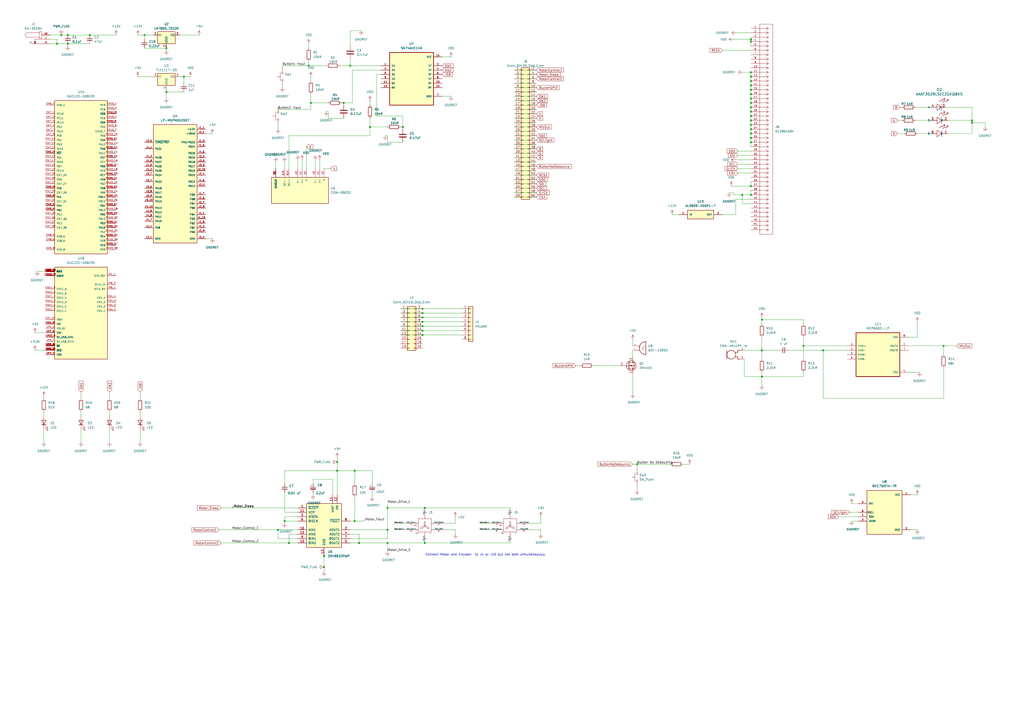
<source format=kicad_sch>
(kicad_sch (version 20250114) (generator "eeschema") (generator_version "9.0")
  (paper "A2")
  (lib_symbols
    (symbol "2025-11-19_19-46-32:AAAF3529LSEEZGKQBKS" (pin_names (offset 0.254))
      (property "Reference" "LED1" (at 6.35 10.16 0))
      (property "Value" "AAAF3529LSEEZGKQBKS" (at 6.35 7.62 0))
      (symbol "AAAF3529LSEEZGKQBKS_1_1"
        (pin input line (at 2.54 0 180) (length 2.54) (name "4") (number "4"))
        (pin input line (at 2.54 -7.62 180) (length 2.54) (name "5") (number "5"))
        (pin input line (at 2.54 -15.24 180) (length 2.54) (name "6") (number "6"))
        (pin output line (at 8.89 0 180) (length 2.54) (name "3") (number "3"))
        (pin output line (at 10.16 -7.62 180) (length 2.54) (name "2") (number "2"))
        (pin output line (at 10.16 -15.24 180) (length 2.54) (name "1") (number "1"))
      )
      (symbol "AAAF3529LSEEZGKQBKS_1_2"
        (pin unspecified line (at 7.62 10.16 270) (length 2.54) (name "2") (number "2"))
        (pin unspecified line (at 15.24 10.16 270) (length 2.54) (name "1") (number "1"))
      )
    )
    (symbol "512964594:512964594" (pin_names (offset 1.016))
      (property "Reference" "J" (at 4.1656 5.3086 0))
      (property "Value" "512964594" (at 4.8006 -59.4614 0))
      (symbol "512964594_0_0"
        (pin passive line (at 0 0 0) (length 5.08) (name "~") (number "1"))
        (pin passive line (at 0 -2.54 0) (length 5.08) (name "~") (number "2"))
        (pin passive line (at 0 -5.08 0) (length 5.08) (name "~") (number "3"))
        (pin passive line (at 0 -7.62 0) (length 5.08) (name "~") (number "4"))
        (pin passive line (at 0 -10.16 0) (length 5.08) (name "~") (number "5"))
        (pin passive line (at 0 -12.7 0) (length 5.08) (name "~") (number "6"))
        (pin passive line (at 0 -15.24 0) (length 5.08) (name "~") (number "7"))
        (pin passive line (at 0 -17.78 0) (length 5.08) (name "~") (number "8"))
        (pin passive line (at 0 -20.32 0) (length 5.08) (name "~") (number "9"))
        (pin passive line (at 0 -22.86 0) (length 5.08) (name "~") (number "10"))
        (pin passive line (at 0 -25.4 0) (length 5.08) (name "~") (number "11"))
        (pin passive line (at 0 -27.94 0) (length 5.08) (name "~") (number "12"))
        (pin passive line (at 0 -30.48 0) (length 5.08) (name "~") (number "13"))
        (pin passive line (at 0 -33.02 0) (length 5.08) (name "~") (number "14"))
        (pin passive line (at 0 -35.56 0) (length 5.08) (name "~") (number "15"))
        (pin passive line (at 0 -38.1 0) (length 5.08) (name "~") (number "16"))
        (pin passive line (at 0 -40.64 0) (length 5.08) (name "~") (number "17"))
        (pin passive line (at 0 -43.18 0) (length 5.08) (name "~") (number "18"))
        (pin passive line (at 0 -45.72 0) (length 5.08) (name "~") (number "19"))
        (pin passive line (at 0 -48.26 0) (length 5.08) (name "~") (number "20"))
        (pin passive line (at 0 -50.8 0) (length 5.08) (name "~") (number "21"))
        (pin passive line (at 0 -53.34 0) (length 5.08) (name "~") (number "22"))
        (pin passive line (at 0 -55.88 0) (length 5.08) (name "~") (number "23"))
        (pin passive line (at 0 -58.42 0) (length 5.08) (name "~") (number "24"))
        (pin passive line (at 0 -60.96 0) (length 5.08) (name "~") (number "25"))
        (pin passive line (at 0 -63.5 0) (length 5.08) (name "~") (number "26"))
        (pin passive line (at 0 -66.04 0) (length 5.08) (name "~") (number "27"))
        (pin passive line (at 0 -68.58 0) (length 5.08) (name "~") (number "28"))
        (pin passive line (at 0 -71.12 0) (length 5.08) (name "~") (number "29"))
        (pin passive line (at 0 -73.66 0) (length 5.08) (name "~") (number "30"))
        (pin passive line (at 0 -76.2 0) (length 5.08) (name "~") (number "31"))
        (pin passive line (at 0 -78.74 0) (length 5.08) (name "~") (number "32"))
        (pin passive line (at 0 -81.28 0) (length 5.08) (name "~") (number "33"))
        (pin passive line (at 0 -83.82 0) (length 5.08) (name "~") (number "34"))
        (pin passive line (at 0 -86.36 0) (length 5.08) (name "~") (number "35"))
        (pin passive line (at 0 -88.9 0) (length 5.08) (name "~") (number "36"))
        (pin passive line (at 0 -91.44 0) (length 5.08) (name "~") (number "37"))
        (pin passive line (at 0 -93.98 0) (length 5.08) (name "~") (number "38"))
        (pin passive line (at 0 -96.52 0) (length 5.08) (name "~") (number "39"))
        (pin passive line (at 0 -99.06 0) (length 5.08) (name "~") (number "40"))
        (pin passive line (at 0 -101.6 0) (length 5.08) (name "~") (number "41"))
        (pin passive line (at 0 -104.14 0) (length 5.08) (name "~") (number "42"))
        (pin passive line (at 0 -106.68 0) (length 5.08) (name "~") (number "43"))
        (pin passive line (at 0 -109.22 0) (length 5.08) (name "~") (number "44"))
        (pin passive line (at 0 -111.76 0) (length 5.08) (name "~") (number "45"))
        (pin passive line (at 0 -114.3 0) (length 5.08) (name "~") (number "P1"))
        (pin passive line (at 0 -116.84 0) (length 5.08) (name "~") (number "P2"))
      )
    )
    (symbol "54-00164:54-00164" (pin_names (offset 1.016))
      (property "Reference" "J" (at -7.62 5.08 0))
      (property "Value" "54-00164" (at -7.62 -5.08 0))
      (symbol "54-00164_0_0"
        (pin passive line (at 5.08 2.54 180) (length 5.08) (name "~") (number "A1"))
        (pin passive line (at 5.08 2.54 180) (length 5.08) (name "~") (number "A2"))
        (pin passive line (at 5.08 0 180) (length 5.08) (name "~") (number "C"))
        (pin passive line (at 5.08 -2.54 180) (length 5.08) (name "~") (number "B"))
      )
    )
    (symbol "AL5809-20QP1-7:AL5809-20QP1-7" (pin_names (offset 1.016))
      (property "Reference" "U" (at -7.62 3.302 0))
      (property "Value" "AL5809-20QP1-7" (at -7.62 -5.08 0))
      (symbol "AL5809-20QP1-7_0_0"
        (pin input line (at -12.7 0 0) (length 5.08) (name "IN") (number "1"))
        (pin output line (at 12.7 0 180) (length 5.08) (name "OUT") (number "2"))
      )
    )
    (symbol "BH1750FVI-TR:BH1750FVI-TR" (pin_names (offset 1.016))
      (property "Reference" "U" (at -10.1737 13.462 0))
      (property "Value" "BH1750FVI-TR" (at -9.922 -15.24 0))
      (symbol "BH1750FVI-TR_0_0"
        (pin input line (at -15.24 5.08 0) (length 5.08) (name "DVI") (number "5"))
        (pin input clock (at -15.24 0 0) (length 5.08) (name "SCL") (number "6"))
        (pin bidirectional line (at -15.24 -2.54 0) (length 5.08) (name "SDA") (number "4"))
        (pin input line (at -15.24 -5.08 0) (length 5.08) (name "ADDR") (number "2"))
        (pin power_in line (at 15.24 10.16 180) (length 5.08) (name "VCC") (number "1"))
        (pin power_in line (at 15.24 -10.16 180) (length 5.08) (name "GND") (number "3"))
      )
    )
    (symbol "CMA-4544PF-W:CMA-4544PF-W" (pin_names (offset 1.016))
      (property "Reference" "MK" (at -2.5409 3.8113 0))
      (property "Value" "CMA-4544PF-W" (at -2.5411 -6.3527 0))
      (symbol "CMA-4544PF-W_0_0"
        (pin output line (at 7.62 2.54 180) (length 2.54) (name "~") (number "1"))
        (pin power_in line (at 7.62 -2.54 180) (length 2.54) (name "~") (number "2"))
      )
    )
    (symbol "COM-09032:COM-09032" (pin_names (offset 1.016))
      (property "Reference" "U" (at -7.62 16.002 0))
      (property "Value" "COM-09032" (at -7.62 -20.32 0))
      (symbol "COM-09032_0_0"
        (pin passive line (at -12.7 12.7 0) (length 5.08) (name "V") (number "V2"))
        (pin passive line (at -12.7 10.16 0) (length 5.08) (name "V+") (number "V1"))
        (pin passive line (at -12.7 7.62 0) (length 5.08) (name "V-") (number "V3"))
        (pin passive line (at -12.7 2.54 0) (length 5.08) (name "H") (number "H2"))
        (pin passive line (at -12.7 0 0) (length 5.08) (name "H+") (number "H1"))
        (pin passive line (at -12.7 -2.54 0) (length 5.08) (name "H-") (number "H3"))
        (pin passive line (at -12.7 -7.62 0) (length 5.08) (name "SEL+") (number "B1A"))
        (pin passive line (at -12.7 -10.16 0) (length 5.08) (name "SEL-") (number "B2A"))
        (pin passive line (at -12.7 -15.24 0) (length 5.08) (name "SHIELD") (number "S1"))
        (pin passive line (at -12.7 -15.24 0) (length 5.08) (name "SHIELD") (number "S2"))
        (pin passive line (at -12.7 -15.24 0) (length 5.08) (name "SHIELD") (number "S3"))
        (pin passive line (at -12.7 -15.24 0) (length 5.08) (name "SHIELD") (number "S4"))
      )
    )
    (symbol "Connector_Generic:Conn_01x08" (pin_names (offset 1.016) (hide yes))
      (property "Reference" "J" (at 0 10.16 0))
      (property "Value" "Conn_01x08" (at 0 -12.7 0))
      (symbol "Conn_01x08_1_1"
        (pin passive line (at -5.08 7.62 0) (length 3.81) (name "Pin_1") (number "1"))
        (pin passive line (at -5.08 5.08 0) (length 3.81) (name "Pin_2") (number "2"))
        (pin passive line (at -5.08 2.54 0) (length 3.81) (name "Pin_3") (number "3"))
        (pin passive line (at -5.08 0 0) (length 3.81) (name "Pin_4") (number "4"))
        (pin passive line (at -5.08 -2.54 0) (length 3.81) (name "Pin_5") (number "5"))
        (pin passive line (at -5.08 -5.08 0) (length 3.81) (name "Pin_6") (number "6"))
        (pin passive line (at -5.08 -7.62 0) (length 3.81) (name "Pin_7") (number "7"))
        (pin passive line (at -5.08 -10.16 0) (length 3.81) (name "Pin_8") (number "8"))
      )
    )
    (symbol "Connector_Generic:Conn_02x10_Odd_Even" (pin_names (offset 1.016) (hide yes))
      (property "Reference" "J" (at 1.27 12.7 0))
      (property "Value" "Conn_02x10_Odd_Even" (at 1.27 -15.24 0))
      (symbol "Conn_02x10_Odd_Even_1_1"
        (pin passive line (at -5.08 10.16 0) (length 3.81) (name "Pin_1") (number "1"))
        (pin passive line (at -5.08 7.62 0) (length 3.81) (name "Pin_3") (number "3"))
        (pin passive line (at -5.08 5.08 0) (length 3.81) (name "Pin_5") (number "5"))
        (pin passive line (at -5.08 2.54 0) (length 3.81) (name "Pin_7") (number "7"))
        (pin passive line (at -5.08 0 0) (length 3.81) (name "Pin_9") (number "9"))
        (pin passive line (at -5.08 -2.54 0) (length 3.81) (name "Pin_11") (number "11"))
        (pin passive line (at -5.08 -5.08 0) (length 3.81) (name "Pin_13") (number "13"))
        (pin passive line (at -5.08 -7.62 0) (length 3.81) (name "Pin_15") (number "15"))
        (pin passive line (at -5.08 -10.16 0) (length 3.81) (name "Pin_17") (number "17"))
        (pin passive line (at -5.08 -12.7 0) (length 3.81) (name "Pin_19") (number "19"))
        (pin passive line (at 7.62 10.16 180) (length 3.81) (name "Pin_2") (number "2"))
        (pin passive line (at 7.62 7.62 180) (length 3.81) (name "Pin_4") (number "4"))
        (pin passive line (at 7.62 5.08 180) (length 3.81) (name "Pin_6") (number "6"))
        (pin passive line (at 7.62 2.54 180) (length 3.81) (name "Pin_8") (number "8"))
        (pin passive line (at 7.62 0 180) (length 3.81) (name "Pin_10") (number "10"))
        (pin passive line (at 7.62 -2.54 180) (length 3.81) (name "Pin_12") (number "12"))
        (pin passive line (at 7.62 -5.08 180) (length 3.81) (name "Pin_14") (number "14"))
        (pin passive line (at 7.62 -7.62 180) (length 3.81) (name "Pin_16") (number "16"))
        (pin passive line (at 7.62 -10.16 180) (length 3.81) (name "Pin_18") (number "18"))
        (pin passive line (at 7.62 -12.7 180) (length 3.81) (name "Pin_20") (number "20"))
      )
    )
    (symbol "Connector_Generic:Conn_02x30_Odd_Even" (pin_names (offset 1.016) (hide yes))
      (property "Reference" "J" (at 1.27 38.1 0))
      (property "Value" "Conn_02x30_Odd_Even" (at 1.27 -40.64 0))
      (symbol "Conn_02x30_Odd_Even_1_1"
        (pin passive line (at -5.08 35.56 0) (length 3.81) (name "Pin_1") (number "1"))
        (pin passive line (at -5.08 33.02 0) (length 3.81) (name "Pin_3") (number "3"))
        (pin passive line (at -5.08 30.48 0) (length 3.81) (name "Pin_5") (number "5"))
        (pin passive line (at -5.08 27.94 0) (length 3.81) (name "Pin_7") (number "7"))
        (pin passive line (at -5.08 25.4 0) (length 3.81) (name "Pin_9") (number "9"))
        (pin passive line (at -5.08 22.86 0) (length 3.81) (name "Pin_11") (number "11"))
        (pin passive line (at -5.08 20.32 0) (length 3.81) (name "Pin_13") (number "13"))
        (pin passive line (at -5.08 17.78 0) (length 3.81) (name "Pin_15") (number "15"))
        (pin passive line (at -5.08 15.24 0) (length 3.81) (name "Pin_17") (number "17"))
        (pin passive line (at -5.08 12.7 0) (length 3.81) (name "Pin_19") (number "19"))
        (pin passive line (at -5.08 10.16 0) (length 3.81) (name "Pin_21") (number "21"))
        (pin passive line (at -5.08 7.62 0) (length 3.81) (name "Pin_23") (number "23"))
        (pin passive line (at -5.08 5.08 0) (length 3.81) (name "Pin_25") (number "25"))
        (pin passive line (at -5.08 2.54 0) (length 3.81) (name "Pin_27") (number "27"))
        (pin passive line (at -5.08 0 0) (length 3.81) (name "Pin_29") (number "29"))
        (pin passive line (at -5.08 -2.54 0) (length 3.81) (name "Pin_31") (number "31"))
        (pin passive line (at -5.08 -5.08 0) (length 3.81) (name "Pin_33") (number "33"))
        (pin passive line (at -5.08 -7.62 0) (length 3.81) (name "Pin_35") (number "35"))
        (pin passive line (at -5.08 -10.16 0) (length 3.81) (name "Pin_37") (number "37"))
        (pin passive line (at -5.08 -12.7 0) (length 3.81) (name "Pin_39") (number "39"))
        (pin passive line (at -5.08 -15.24 0) (length 3.81) (name "Pin_41") (number "41"))
        (pin passive line (at -5.08 -17.78 0) (length 3.81) (name "Pin_43") (number "43"))
        (pin passive line (at -5.08 -20.32 0) (length 3.81) (name "Pin_45") (number "45"))
        (pin passive line (at -5.08 -22.86 0) (length 3.81) (name "Pin_47") (number "47"))
        (pin passive line (at -5.08 -25.4 0) (length 3.81) (name "Pin_49") (number "49"))
        (pin passive line (at -5.08 -27.94 0) (length 3.81) (name "Pin_51") (number "51"))
        (pin passive line (at -5.08 -30.48 0) (length 3.81) (name "Pin_53") (number "53"))
        (pin passive line (at -5.08 -33.02 0) (length 3.81) (name "Pin_55") (number "55"))
        (pin passive line (at -5.08 -35.56 0) (length 3.81) (name "Pin_57") (number "57"))
        (pin passive line (at -5.08 -38.1 0) (length 3.81) (name "Pin_59") (number "59"))
        (pin passive line (at 7.62 35.56 180) (length 3.81) (name "Pin_2") (number "2"))
        (pin passive line (at 7.62 33.02 180) (length 3.81) (name "Pin_4") (number "4"))
        (pin passive line (at 7.62 30.48 180) (length 3.81) (name "Pin_6") (number "6"))
        (pin passive line (at 7.62 27.94 180) (length 3.81) (name "Pin_8") (number "8"))
        (pin passive line (at 7.62 25.4 180) (length 3.81) (name "Pin_10") (number "10"))
        (pin passive line (at 7.62 22.86 180) (length 3.81) (name "Pin_12") (number "12"))
        (pin passive line (at 7.62 20.32 180) (length 3.81) (name "Pin_14") (number "14"))
        (pin passive line (at 7.62 17.78 180) (length 3.81) (name "Pin_16") (number "16"))
        (pin passive line (at 7.62 15.24 180) (length 3.81) (name "Pin_18") (number "18"))
        (pin passive line (at 7.62 12.7 180) (length 3.81) (name "Pin_20") (number "20"))
        (pin passive line (at 7.62 10.16 180) (length 3.81) (name "Pin_22") (number "22"))
        (pin passive line (at 7.62 7.62 180) (length 3.81) (name "Pin_24") (number "24"))
        (pin passive line (at 7.62 5.08 180) (length 3.81) (name "Pin_26") (number "26"))
        (pin passive line (at 7.62 2.54 180) (length 3.81) (name "Pin_28") (number "28"))
        (pin passive line (at 7.62 0 180) (length 3.81) (name "Pin_30") (number "30"))
        (pin passive line (at 7.62 -2.54 180) (length 3.81) (name "Pin_32") (number "32"))
        (pin passive line (at 7.62 -5.08 180) (length 3.81) (name "Pin_34") (number "34"))
        (pin passive line (at 7.62 -7.62 180) (length 3.81) (name "Pin_36") (number "36"))
        (pin passive line (at 7.62 -10.16 180) (length 3.81) (name "Pin_38") (number "38"))
        (pin passive line (at 7.62 -12.7 180) (length 3.81) (name "Pin_40") (number "40"))
        (pin passive line (at 7.62 -15.24 180) (length 3.81) (name "Pin_42") (number "42"))
        (pin passive line (at 7.62 -17.78 180) (length 3.81) (name "Pin_44") (number "44"))
        (pin passive line (at 7.62 -20.32 180) (length 3.81) (name "Pin_46") (number "46"))
        (pin passive line (at 7.62 -22.86 180) (length 3.81) (name "Pin_48") (number "48"))
        (pin passive line (at 7.62 -25.4 180) (length 3.81) (name "Pin_50") (number "50"))
        (pin passive line (at 7.62 -27.94 180) (length 3.81) (name "Pin_52") (number "52"))
        (pin passive line (at 7.62 -30.48 180) (length 3.81) (name "Pin_54") (number "54"))
        (pin passive line (at 7.62 -33.02 180) (length 3.81) (name "Pin_56") (number "56"))
        (pin passive line (at 7.62 -35.56 180) (length 3.81) (name "Pin_58") (number "58"))
        (pin passive line (at 7.62 -38.1 180) (length 3.81) (name "Pin_60") (number "60"))
      )
    )
    (symbol "Device:C" (pin_numbers (hide yes)) (pin_names (offset 0.254))
      (property "Reference" "C" (at 0.635 2.54 0))
      (property "Value" "C" (at 0.635 -2.54 0))
      (symbol "C_1_1"
        (pin passive line (at 0 3.81 270) (length 2.794) (name "~") (number "1"))
        (pin passive line (at 0 -3.81 90) (length 2.794) (name "~") (number "2"))
      )
    )
    (symbol "Device:C_Polarized_Small" (pin_numbers (hide yes)) (pin_names (offset 0.254) (hide yes))
      (property "Reference" "C" (at 0.254 1.778 0))
      (property "Value" "C_Polarized_Small" (at 0.254 -2.032 0))
      (symbol "C_Polarized_Small_1_1"
        (pin passive line (at 0 2.54 270) (length 1.8542) (name "~") (number "1"))
        (pin passive line (at 0 -2.54 90) (length 1.8542) (name "~") (number "2"))
      )
    )
    (symbol "Device:C_Small" (pin_numbers (hide yes)) (pin_names (offset 0.254) (hide yes))
      (property "Reference" "C" (at 0.254 1.778 0))
      (property "Value" "C_Small" (at 0.254 -2.032 0))
      (symbol "C_Small_1_1"
        (pin passive line (at 0 2.54 270) (length 2.032) (name "~") (number "1"))
        (pin passive line (at 0 -2.54 90) (length 2.032) (name "~") (number "2"))
      )
    )
    (symbol "Device:LED" (pin_numbers (hide yes)) (pin_names (offset 1.016) (hide yes))
      (property "Reference" "D" (at 0 2.54 0))
      (property "Value" "LED" (at 0 -2.54 0))
      (symbol "LED_1_1"
        (pin passive line (at -3.81 0 0) (length 2.54) (name "K") (number "1"))
        (pin passive line (at 3.81 0 180) (length 2.54) (name "A") (number "2"))
      )
    )
    (symbol "Device:R" (pin_numbers (hide yes)) (pin_names (offset 0))
      (property "Reference" "R" (at 2.032 0 90))
      (property "Value" "R" (at 0 0 90))
      (symbol "R_1_1"
        (pin passive line (at 0 3.81 270) (length 1.27) (name "~") (number "1"))
        (pin passive line (at 0 -3.81 90) (length 1.27) (name "~") (number "2"))
      )
    )
    (symbol "MCP6002-I_P:MCP6002-I_P" (pin_names (offset 1.016))
      (property "Reference" "U" (at -12.7 13.7 0))
      (property "Value" "MCP6002-I_P" (at -12.7 -16.7 0))
      (symbol "MCP6002-I_P_0_0"
        (pin input line (at -17.78 5.08 0) (length 5.08) (name "VINA+") (number "3"))
        (pin input line (at -17.78 2.54 0) (length 5.08) (name "VINA-") (number "2"))
        (pin input line (at -17.78 0 0) (length 5.08) (name "VINB+") (number "5"))
        (pin input line (at -17.78 -2.54 0) (length 5.08) (name "VINB-") (number "6"))
        (pin power_in line (at 17.78 10.16 180) (length 5.08) (name "VDD") (number "8"))
        (pin output line (at 17.78 5.08 180) (length 5.08) (name "VOUTA") (number "1"))
        (pin output line (at 17.78 2.54 180) (length 5.08) (name "VOUTB") (number "7"))
        (pin power_in line (at 17.78 -10.16 180) (length 5.08) (name "VSS") (number "4"))
      )
    )
    (symbol "Motor Driver Project Edited Symbols:DC_Fan_With_Encoder" (pin_names (offset 0))
      (property "Reference" "M" (at 1.778 6.858 0))
      (symbol "DC_Fan_With_Encoder_1_1"
        (pin passive line (at -11.43 2.54 0) (length 6.985) (name "Tach_Out_1") (number "4"))
        (pin passive line (at -11.43 -1.27 0) (length 6.985) (name "Tach_Out_2") (number "5"))
        (pin passive line (at 0 11.43 270) (length 5.08) (name "Fan_1") (number "2"))
        (pin passive line (at 0 -8.89 90) (length 5.08) (name "Fan_2") (number "1"))
        (pin passive line (at 11.43 2.54 180) (length 6.604) (name "Tach_Power") (number "3"))
        (pin passive line (at 11.43 -1.27 180) (length 6.604) (name "Tach_GND") (number "6"))
      )
    )
    (symbol "Motor Driver Project Edited Symbols:DRV8833PWP" (pin_names (offset 1.016))
      (property "Reference" "U" (at -3.81 16.51 0))
      (property "Value" "DRV8833PWP" (at -3.81 13.97 0))
      (symbol "DRV8833PWP_1_1"
        (pin passive line (at -15.24 10.16 0) (length 5.08) (name "~{SLEEP}") (number "1"))
        (pin passive line (at -15.24 7.62 0) (length 5.08) (name "VCP") (number "11"))
        (pin passive line (at -15.24 5.08 0) (length 5.08) (name "AISEN") (number "3"))
        (pin passive line (at -15.24 2.54 0) (length 5.08) (name "BISEN") (number "6"))
        (pin passive line (at -15.24 -2.54 0) (length 5.08) (name "AIN1") (number "16"))
        (pin passive line (at -15.24 -5.08 0) (length 5.08) (name "AIN2") (number "15"))
        (pin passive line (at -15.24 -7.62 0) (length 5.08) (name "BIN1") (number "9"))
        (pin passive line (at -15.24 -10.16 0) (length 5.08) (name "BIN2") (number "10"))
        (pin passive line (at 0 -17.78 90) (length 5.08) (name "GND") (number "13"))
        (pin passive line (at 0 -17.78 90) (length 5.08) (hide yes) (name "GND") (number "17"))
        (pin passive line (at 5.08 17.78 270) (length 5.08) (name "VINT") (number "14"))
        (pin passive line (at 7.62 17.78 270) (length 5.08) (name "VM") (number "12"))
        (pin passive line (at 15.24 2.54 180) (length 5.08) (name "~{FAULT}") (number "8"))
        (pin passive line (at 15.24 -2.54 180) (length 5.08) (name "AOUT1") (number "2"))
        (pin passive line (at 15.24 -5.08 180) (length 5.08) (name "AOUT2") (number "4"))
        (pin passive line (at 15.24 -7.62 180) (length 5.08) (name "BOUT1") (number "7"))
        (pin passive line (at 15.24 -10.16 180) (length 5.08) (name "BOUT2") (number "5"))
      )
    )
    (symbol "NUCLEO-G0B1RE:NUCLEO-G0B1RE" (pin_names (offset 1.016))
      (property "Reference" "U" (at -15.24 43.815 0))
      (property "Value" "NUCLEO-G0B1RE" (at -15.24 -48.26 0))
      (symbol "NUCLEO-G0B1RE_1_0"
        (pin passive line (at -20.32 40.64 0) (length 5.08) (name "CN6_1") (number "CN6_1"))
        (pin passive line (at -20.32 35.56 0) (length 5.08) (name "PC10") (number "CN7_1"))
        (pin passive line (at -20.32 33.02 0) (length 5.08) (name "PC11") (number "CN7_2"))
        (pin passive line (at -20.32 30.48 0) (length 5.08) (name "PC12") (number "CN7_3"))
        (pin passive line (at -20.32 27.94 0) (length 5.08) (name "PD2") (number "CN7_4"))
        (pin passive line (at -20.32 25.4 0) (length 5.08) (name "PA14") (number "CN7_7"))
        (pin passive line (at -20.32 22.86 0) (length 5.08) (name "PD0") (number "CN7_9"))
        (pin passive line (at -20.32 20.32 0) (length 5.08) (name "PD1") (number "CN7_10"))
        (pin passive line (at -20.32 17.78 0) (length 5.08) (name "PD3") (number "CN7_11"))
        (pin passive line (at -20.32 15.24 0) (length 5.08) (name "PA13") (number "CN7_13"))
        (pin passive line (at -20.32 12.7 0) (length 5.08) (name "~{RST}") (number "CN6_3"))
        (pin passive line (at -20.32 12.7 0) (length 5.08) (name "~{RST}") (number "CN7_14"))
        (pin passive line (at -20.32 10.16 0) (length 5.08) (name "PD4") (number "CN7_15"))
        (pin passive line (at -20.32 7.62 0) (length 5.08) (name "PA15") (number "CN7_17"))
        (pin passive line (at -20.32 5.08 0) (length 5.08) (name "PB7") (number "CN7_21"))
        (pin passive line (at -20.32 2.54 0) (length 5.08) (name "PC13") (number "CN7_23"))
        (pin passive line (at -20.32 0 0) (length 5.08) (name "CN7_25") (number "CN7_25"))
        (pin passive line (at -20.32 -2.54 0) (length 5.08) (name "PD5") (number "CN7_26"))
        (pin passive line (at -20.32 -5.08 0) (length 5.08) (name "CN7_27") (number "CN7_27"))
        (pin passive line (at -20.32 -7.62 0) (length 5.08) (name "PA0") (number "CN7_28"))
        (pin passive line (at -20.32 -7.62 0) (length 5.08) (name "PA0") (number "CN8_1"))
        (pin passive line (at -20.32 -10.16 0) (length 5.08) (name "CN7_29") (number "CN7_29"))
        (pin passive line (at -20.32 -12.7 0) (length 5.08) (name "PA1") (number "CN7_30"))
        (pin passive line (at -20.32 -12.7 0) (length 5.08) (name "PA1") (number "CN8_2"))
        (pin passive line (at -20.32 -15.24 0) (length 5.08) (name "CN7_31") (number "CN7_31"))
        (pin passive line (at -20.32 -17.78 0) (length 5.08) (name "PA4") (number "CN7_32"))
        (pin passive line (at -20.32 -17.78 0) (length 5.08) (name "PA4") (number "CN8_3"))
        (pin passive line (at -20.32 -20.32 0) (length 5.08) (name "PB1") (number "CN7_34"))
        (pin passive line (at -20.32 -20.32 0) (length 5.08) (name "PB1") (number "CN8_4"))
        (pin passive line (at -20.32 -22.86 0) (length 5.08) (name "PC2") (number "CN7_35"))
        (pin passive line (at -20.32 -25.4 0) (length 5.08) (name "CN7_36") (number "CN7_36"))
        (pin passive line (at -20.32 -27.94 0) (length 5.08) (name "PC3") (number "CN7_37"))
        (pin passive line (at -20.32 -30.48 0) (length 5.08) (name "CN7_38") (number "CN7_38"))
        (pin passive line (at -20.32 -35.56 0) (length 5.08) (name "CN8_5") (number "CN8_5"))
        (pin passive line (at -20.32 -38.1 0) (length 5.08) (name "CN8_6") (number "CN8_6"))
        (pin passive line (at -20.32 -43.18 0) (length 5.08) (name "CN5_8") (number "CN5_8"))
        (pin passive line (at 20.32 40.64 180) (length 5.08) (name "PC9") (number "CN10_1"))
        (pin passive line (at 20.32 38.1 180) (length 5.08) (name "PC8") (number "CN10_2"))
        (pin passive line (at 20.32 35.56 180) (length 5.08) (name "PB8") (number "CN10_3"))
        (pin passive line (at 20.32 35.56 180) (length 5.08) (name "PB8") (number "CN5_10"))
        (pin passive line (at 20.32 33.02 180) (length 5.08) (name "PC6") (number "CN10_4"))
        (pin passive line (at 20.32 30.48 180) (length 5.08) (name "PB9") (number "CN10_5"))
        (pin passive line (at 20.32 30.48 180) (length 5.08) (name "PB9") (number "CN5_9"))
        (pin passive line (at 20.32 27.94 180) (length 5.08) (name "PA3") (number "CN10_6"))
        (pin passive line (at 20.32 25.4 180) (length 5.08) (name "CN10_7") (number "CN10_7"))
        (pin passive line (at 20.32 22.86 180) (length 5.08) (name "PD6") (number "CN10_10"))
        (pin passive line (at 20.32 20.32 180) (length 5.08) (name "PA5") (number "CN10_11"))
        (pin passive line (at 20.32 20.32 180) (length 5.08) (name "PA5") (number "CN5_6"))
        (pin passive line (at 20.32 17.78 180) (length 5.08) (name "PA12") (number "CN10_12"))
        (pin passive line (at 20.32 15.24 180) (length 5.08) (name "PA6") (number "CN10_13"))
        (pin passive line (at 20.32 15.24 180) (length 5.08) (name "PA6") (number "CN5_5"))
        (pin passive line (at 20.32 12.7 180) (length 5.08) (name "PA11") (number "CN10_14"))
        (pin passive line (at 20.32 10.16 180) (length 5.08) (name "PA7") (number "CN10_15"))
        (pin passive line (at 20.32 10.16 180) (length 5.08) (name "PA7") (number "CN5_4"))
        (pin passive line (at 20.32 7.62 180) (length 5.08) (name "PC1") (number "CN10_16"))
        (pin passive line (at 20.32 5.08 180) (length 5.08) (name "PB0") (number "CN10_17"))
        (pin passive line (at 20.32 5.08 180) (length 5.08) (name "PB0") (number "CN5_3"))
        (pin passive line (at 20.32 2.54 180) (length 5.08) (name "PC0") (number "CN10_18"))
        (pin passive line (at 20.32 0 180) (length 5.08) (name "PC7") (number "CN10_19"))
        (pin passive line (at 20.32 0 180) (length 5.08) (name "PC7") (number "CN5_2"))
        (pin passive line (at 20.32 -2.54 180) (length 5.08) (name "PA9") (number "CN10_21"))
        (pin passive line (at 20.32 -2.54 180) (length 5.08) (name "PA9") (number "CN5_1"))
        (pin passive line (at 20.32 -5.08 180) (length 5.08) (name "PB2") (number "CN10_22"))
        (pin passive line (at 20.32 -7.62 180) (length 5.08) (name "PA8") (number "CN10_23"))
        (pin passive line (at 20.32 -7.62 180) (length 5.08) (name "PA8") (number "CN9_8"))
        (pin passive line (at 20.32 -10.16 180) (length 5.08) (name "PB6") (number "CN10_24"))
        (pin passive line (at 20.32 -12.7 180) (length 5.08) (name "PB14") (number "CN10_25"))
        (pin passive line (at 20.32 -12.7 180) (length 5.08) (name "PB14") (number "CN9_7"))
        (pin passive line (at 20.32 -15.24 180) (length 5.08) (name "PB15") (number "CN10_26"))
        (pin passive line (at 20.32 -17.78 180) (length 5.08) (name "PB4") (number "CN10_27"))
        (pin passive line (at 20.32 -17.78 180) (length 5.08) (name "PB4") (number "CN9_6"))
        (pin passive line (at 20.32 -20.32 180) (length 5.08) (name "PB10") (number "CN10_28"))
        (pin passive line (at 20.32 -22.86 180) (length 5.08) (name "PB5") (number "CN10_29"))
        (pin passive line (at 20.32 -22.86 180) (length 5.08) (name "PB5") (number "CN9_5"))
        (pin passive line (at 20.32 -25.4 180) (length 5.08) (name "PB13") (number "CN10_30"))
        (pin passive line (at 20.32 -27.94 180) (length 5.08) (name "PB3") (number "CN10_31"))
        (pin passive line (at 20.32 -27.94 180) (length 5.08) (name "PB3") (number "CN9_4"))
        (pin passive line (at 20.32 -30.48 180) (length 5.08) (name "PA10") (number "CN10_33"))
        (pin passive line (at 20.32 -30.48 180) (length 5.08) (name "PA10") (number "CN9_3"))
        (pin passive line (at 20.32 -33.02 180) (length 5.08) (name "PA2") (number "CN10_34"))
        (pin passive line (at 20.32 -35.56 180) (length 5.08) (name "PC4") (number "CN10_35"))
        (pin passive line (at 20.32 -35.56 180) (length 5.08) (name "PC4") (number "CN9_2"))
        (pin passive line (at 20.32 -38.1 180) (length 5.08) (name "PD8") (number "CN10_36"))
        (pin passive line (at 20.32 -40.64 180) (length 5.08) (name "PC5") (number "CN10_37"))
        (pin passive line (at 20.32 -40.64 180) (length 5.08) (name "PC5") (number "CN9_1"))
        (pin passive line (at 20.32 -43.18 180) (length 5.08) (name "PD9") (number "CN10_38"))
      )
      (symbol "NUCLEO-G0B1RE_2_0"
        (pin passive line (at -20.32 -2.54 0) (length 5.08) (name "CN4_1") (number "CN4_1"))
        (pin passive line (at -20.32 -5.08 0) (length 5.08) (name "CN4_2") (number "CN4_2"))
        (pin passive line (at -20.32 -7.62 0) (length 5.08) (name "CN4_3") (number "CN4_3"))
        (pin passive line (at -20.32 -10.16 0) (length 5.08) (name "CN4_4") (number "CN4_4"))
        (pin passive line (at -20.32 -15.24 0) (length 5.08) (name "STLK_RX") (number "JP6_1"))
        (pin passive line (at -20.32 -17.78 0) (length 5.08) (name "STLK_TX") (number "JP6_2"))
        (pin passive line (at -20.32 -22.86 0) (length 5.08) (name "STM_RST") (number "JP1_1"))
        (pin power_in line (at 20.32 22.86 180) (length 5.08) (name "VDD") (number "CN7_5"))
        (pin power_in line (at 20.32 22.86 180) (length 5.08) (name "VDD") (number "JP3_1"))
        (pin power_in line (at 20.32 20.32 180) (length 5.08) (name "3V3") (number "CN6_2"))
        (pin power_in line (at 20.32 20.32 180) (length 5.08) (name "3V3") (number "CN6_4"))
        (pin power_in line (at 20.32 20.32 180) (length 5.08) (name "3V3") (number "CN7_12"))
        (pin power_in line (at 20.32 20.32 180) (length 5.08) (name "3V3") (number "CN7_16"))
        (pin power_in line (at 20.32 20.32 180) (length 5.08) (name "3V3") (number "JP3_2"))
        (pin power_in line (at 20.32 17.78 180) (length 5.08) (name "5V") (number "CN6_5"))
        (pin power_in line (at 20.32 17.78 180) (length 5.08) (name "5V") (number "CN7_18"))
        (pin power_in line (at 20.32 17.78 180) (length 5.08) (name "5V") (number "JP2_2"))
        (pin power_in line (at 20.32 17.78 180) (length 5.08) (name "5V") (number "JP2_4"))
        (pin power_in line (at 20.32 17.78 180) (length 5.08) (name "5V") (number "JP2_6"))
        (pin power_in line (at 20.32 17.78 180) (length 5.08) (name "5V") (number "JP2_8"))
        (pin power_in line (at 20.32 15.24 180) (length 5.08) (name "5V_USB_STLK") (number "JP2_1"))
        (pin power_in line (at 20.32 12.7 180) (length 5.08) (name "5V_USB_CHG") (number "CN10_8"))
        (pin power_in line (at 20.32 12.7 180) (length 5.08) (name "5V_USB_CHG") (number "JP2_7"))
        (pin power_in line (at 20.32 10.16 180) (length 5.08) (name "E5V") (number "CN7_6"))
        (pin power_in line (at 20.32 10.16 180) (length 5.08) (name "E5V") (number "JP2_5"))
        (pin power_in line (at 20.32 7.62 180) (length 5.08) (name "VIN_5V") (number "JP2_3"))
        (pin power_in line (at 20.32 5.08 180) (length 5.08) (name "VIN") (number "CN6_8"))
        (pin power_in line (at 20.32 5.08 180) (length 5.08) (name "VIN") (number "CN7_24"))
        (pin power_in line (at 20.32 2.54 180) (length 5.08) (name "VBAT") (number "CN7_33"))
        (pin passive line (at 20.32 -2.54 180) (length 5.08) (name "CN11_1") (number "CN11_1"))
        (pin passive line (at 20.32 -5.08 180) (length 5.08) (name "CN11_2") (number "CN11_2"))
        (pin passive line (at 20.32 -7.62 180) (length 5.08) (name "CN11_3") (number "CN11_3"))
        (pin passive line (at 20.32 -10.16 180) (length 5.08) (name "CN11_4") (number "CN11_4"))
        (pin passive line (at 20.32 -12.7 180) (length 5.08) (name "CN11_5") (number "CN11_5"))
        (pin passive line (at 20.32 -15.24 180) (length 5.08) (name "CN11_6") (number "CN11_6"))
        (pin power_in line (at 20.32 -22.86 180) (length 5.08) (name "AGND") (number "CN10_32"))
        (pin power_in line (at 20.32 -22.86 180) (length 5.08) (name "AGND") (number "CN10_9"))
        (pin power_in line (at 20.32 -22.86 180) (length 5.08) (name "AGND") (number "CN5_7"))
        (pin power_in line (at 20.32 -25.4 180) (length 5.08) (name "GND") (number "CN10_20"))
        (pin power_in line (at 20.32 -25.4 180) (length 5.08) (name "GND") (number "CN6_6"))
        (pin power_in line (at 20.32 -25.4 180) (length 5.08) (name "GND") (number "CN6_7"))
        (pin power_in line (at 20.32 -25.4 180) (length 5.08) (name "GND") (number "CN7_19"))
        (pin power_in line (at 20.32 -25.4 180) (length 5.08) (name "GND") (number "CN7_20"))
        (pin power_in line (at 20.32 -25.4 180) (length 5.08) (name "GND") (number "CN7_22"))
        (pin power_in line (at 20.32 -25.4 180) (length 5.08) (name "GND") (number "CN7_8"))
        (pin power_in line (at 20.32 -25.4 180) (length 5.08) (name "GND") (number "JP1_2"))
        (pin power_in line (at 20.32 -25.4 180) (length 5.08) (name "GND") (number "JP4_1"))
        (pin power_in line (at 20.32 -25.4 180) (length 5.08) (name "GND") (number "JP4_2"))
        (pin power_in line (at 20.32 -25.4 180) (length 5.08) (name "GND") (number "JP5_1"))
        (pin power_in line (at 20.32 -25.4 180) (length 5.08) (name "GND") (number "JP5_2"))
      )
    )
    (symbol "Regulator_Linear:LM7805_TO220" (pin_names (offset 0.254))
      (property "Reference" "U" (at -3.81 3.175 0))
      (property "Value" "LM7805_TO220" (at 0 3.175 0))
      (symbol "LM7805_TO220_1_1"
        (pin power_in line (at -7.62 0 0) (length 2.54) (name "VI") (number "1"))
        (pin power_in line (at 0 -7.62 90) (length 2.54) (name "GND") (number "2"))
        (pin power_out line (at 7.62 0 180) (length 2.54) (name "VO") (number "3"))
      )
    )
    (symbol "Regulator_Linear:TLV1117-33" (pin_names (offset 0.254))
      (property "Reference" "U" (at -3.81 3.175 0))
      (property "Value" "TLV1117-33" (at 0 3.175 0))
      (symbol "TLV1117-33_1_1"
        (pin power_in line (at -7.62 0 0) (length 2.54) (name "VI") (number "3"))
        (pin power_in line (at 0 -7.62 90) (length 2.54) (name "GND") (number "1"))
        (pin power_out line (at 7.62 0 180) (length 2.54) (name "VO") (number "2"))
      )
    )
    (symbol "SN74AHC14N:SN74AHC14N" (pin_names (offset 1.016))
      (property "Reference" "U" (at -12.7 16.24 0))
      (property "Value" "SN74AHC14N" (at -12.7 -19.24 0))
      (symbol "SN74AHC14N_0_0"
        (pin input line (at -17.78 7.62 0) (length 5.08) (name "1A") (number "1"))
        (pin input line (at -17.78 5.08 0) (length 5.08) (name "2A") (number "3"))
        (pin input line (at -17.78 2.54 0) (length 5.08) (name "3A") (number "5"))
        (pin input line (at -17.78 0 0) (length 5.08) (name "4A") (number "9"))
        (pin input line (at -17.78 -2.54 0) (length 5.08) (name "5A") (number "11"))
        (pin input line (at -17.78 -5.08 0) (length 5.08) (name "6A") (number "13"))
        (pin power_in line (at 17.78 12.7 180) (length 5.08) (name "VCC") (number "14"))
        (pin output line (at 17.78 7.62 180) (length 5.08) (name "1Y") (number "2"))
        (pin output line (at 17.78 5.08 180) (length 5.08) (name "2Y") (number "4"))
        (pin output line (at 17.78 2.54 180) (length 5.08) (name "3Y") (number "6"))
        (pin output line (at 17.78 0 180) (length 5.08) (name "4Y") (number "8"))
        (pin output line (at 17.78 -2.54 180) (length 5.08) (name "5Y") (number "10"))
        (pin output line (at 17.78 -5.08 180) (length 5.08) (name "6Y") (number "12"))
        (pin power_in line (at 17.78 -10.16 180) (length 5.08) (name "GND") (number "7"))
      )
    )
    (symbol "Switch:SW_Push" (pin_numbers (hide yes)) (pin_names (offset 1.016) (hide yes))
      (property "Reference" "SW" (at 1.27 2.54 0))
      (property "Value" "SW_Push" (at 0 -1.524 0))
      (symbol "SW_Push_0_1"
        (pin passive line (at -5.08 0 0) (length 2.54) (name "1") (number "1"))
        (pin passive line (at 5.08 0 180) (length 2.54) (name "2") (number "2"))
      )
    )
    (symbol "TI_MSPM0:LP-MSPM0G3507" (pin_names (offset 1.016))
      (property "Reference" "U?" (at -12.7367 34.3099 0))
      (property "Value" "LP-MSPM0G3507" (at -10.16 -38.1 0))
      (symbol "LP-MSPM0G3507_1_0"
        (pin input line (at -17.78 22.86 0) (length 5.08) (name "~{TARGETRST}") (number "J2_5"))
        (pin bidirectional line (at -17.78 19.05 0) (length 5.08) (name "PA31") (number "J4_4"))
        (pin bidirectional line (at -17.78 13.97 0) (length 5.08) (name "PA28") (number "J4_3"))
        (pin bidirectional line (at -17.78 11.43 0) (length 5.08) (name "PA27") (number "J1_8"))
        (pin bidirectional line (at -17.78 8.89 0) (length 5.08) (name "PA26") (number "J1_5"))
        (pin bidirectional line (at -17.78 6.35 0) (length 5.08) (name "PA25") (number "J1_2"))
        (pin bidirectional line (at -17.78 3.81 0) (length 5.08) (name "PA24") (number "J3_7"))
        (pin bidirectional line (at -17.78 0 0) (length 5.08) (name "PA22") (number "J3_4"))
        (pin bidirectional line (at -17.78 -3.81 0) (length 5.08) (name "PA18") (number "J3_6"))
        (pin bidirectional line (at -17.78 -6.35 0) (length 5.08) (name "PA17") (number "J3_8"))
        (pin bidirectional line (at -17.78 -8.89 0) (length 5.08) (name "PA16") (number "J3_9"))
        (pin bidirectional line (at -17.78 -11.43 0) (length 5.08) (name "PA15") (number "J3_10"))
        (pin bidirectional line (at -17.78 -15.24 0) (length 5.08) (name "PA13") (number "J4_10"))
        (pin bidirectional line (at -17.78 -17.78 0) (length 5.08) (name "PA12") (number "J4_9"))
        (pin bidirectional line (at -17.78 -20.32 0) (length 5.08) (name "PA11") (number "J4_8"))
        (pin bidirectional line (at -17.78 -22.86 0) (length 5.08) (name "PA10") (number "J4_7"))
        (pin bidirectional line (at -17.78 -26.67 0) (length 5.08) (name "PA8") (number "J1_4"))
        (pin power_out line (at -17.78 -33.02 0) (length 5.08) (name "GND") (number "J2_1"))
        (pin power_out line (at 17.78 30.48 180) (length 5.08) (name "+3.3V") (number "J1_1"))
        (pin power_out line (at 17.78 27.94 180) (length 5.08) (name "+VBUS") (number "J3_1"))
        (pin bidirectional line (at 17.78 22.86 180) (length 5.08) (name "PA9/PB23") (number "J1_3"))
        (pin bidirectional line (at 17.78 20.32 180) (length 5.08) (name "PB24") (number "J1_6"))
        (pin bidirectional line (at 17.78 16.51 180) (length 5.08) (name "PB20") (number "J4_5"))
        (pin bidirectional line (at 17.78 13.97 180) (length 5.08) (name "PB19") (number "J3_3"))
        (pin bidirectional line (at 17.78 11.43 180) (length 5.08) (name "PB18") (number "J3_5"))
        (pin bidirectional line (at 17.78 8.89 180) (length 5.08) (name "PB17") (number "J2_3"))
        (pin bidirectional line (at 17.78 6.35 180) (length 5.08) (name "PB16") (number "J2_10"))
        (pin bidirectional line (at 17.78 3.81 180) (length 5.08) (name "PB15") (number "J2_4"))
        (pin bidirectional line (at 17.78 0 180) (length 5.08) (name "PB13") (number "J4_6"))
        (pin bidirectional line (at 17.78 -2.54 180) (length 5.08) (name "PB12") (number "J2_2"))
        (pin bidirectional line (at 17.78 -7.62 180) (length 5.08) (name "PB9") (number "J1_7"))
        (pin bidirectional line (at 17.78 -10.16 180) (length 5.08) (name "PB8") (number "J2_6"))
        (pin bidirectional line (at 17.78 -12.7 180) (length 5.08) (name "PB7") (number "J2_7"))
        (pin bidirectional line (at 17.78 -15.24 180) (length 5.08) (name "PB6") (number "J2_8"))
        (pin bidirectional line (at 17.78 -19.05 180) (length 5.08) (name "PB4") (number "J4_1"))
        (pin bidirectional line (at 17.78 -21.59 180) (length 5.08) (name "PB3") (number "J1_10"))
        (pin bidirectional line (at 17.78 -24.13 180) (length 5.08) (name "PB2") (number "J1_9"))
        (pin bidirectional line (at 17.78 -26.67 180) (length 5.08) (name "PB1") (number "J4_2"))
        (pin bidirectional line (at 17.78 -29.21 180) (length 5.08) (name "PB0") (number "J2_9"))
        (pin power_out line (at 17.78 -33.02 180) (length 5.08) (name "GND") (number "J3_2"))
      )
    )
    (symbol "Transistor_FET:2N7000" (pin_names (hide yes))
      (property "Reference" "Q" (at 5.08 1.905 0))
      (property "Value" "2N7000" (at 5.08 0 0))
      (symbol "2N7000_1_1"
        (pin input line (at -5.08 0 0) (length 2.54) (name "G") (number "2"))
        (pin passive line (at 2.54 5.08 270) (length 2.54) (name "D") (number "3"))
        (pin passive line (at 2.54 -5.08 90) (length 2.54) (name "S") (number "1"))
      )
    )
    (symbol "WST-1205S:WST-1205S" (pin_names (offset 1.016))
      (property "Reference" "U" (at -2.5446 6.3616 0))
      (property "Value" "WST-1205S" (at 5.0893 0 0))
      (symbol "WST-1205S_0_0"
        (text "+" (at 0 1.9055 0) (effects (font (size 0.813 0.813)) (justify left bottom)))
        (text "-" (at 1.9087 1.9087 0) (effects (font (size 0.8144 0.8144)) (justify left bottom)))
        (pin passive line (at 0 -2.54 90) (length 2.54) (name "~") (number "+"))
        (pin passive line (at 2.54 -2.54 90) (length 2.54) (name "~") (number "-"))
      )
    )
    (symbol "power:+12V" (power) (pin_numbers (hide yes)) (pin_names (offset 0) (hide yes))
      (property "Value" "+12V" (at 0 3.556 0))
      (symbol "+12V_1_1"
        (pin power_in line (at 0 0 90) (length 0) (name "~") (number "1"))
      )
    )
    (symbol "power:+3.3V" (power) (pin_numbers (hide yes)) (pin_names (offset 0) (hide yes))
      (property "Value" "+3.3V" (at 0 3.556 0))
      (symbol "+3.3V_1_1"
        (pin power_in line (at 0 0 90) (length 0) (name "~") (number "1"))
      )
    )
    (symbol "power:+5V" (power) (pin_numbers (hide yes)) (pin_names (offset 0) (hide yes))
      (property "Value" "+5V" (at 0 3.556 0))
      (symbol "+5V_1_1"
        (pin power_in line (at 0 0 90) (length 0) (name "~") (number "1"))
      )
    )
    (symbol "power:GNDREF" (power) (pin_names (offset 0))
      (property "Value" "GNDREF" (at 0 -3.81 0))
      (symbol "GNDREF_1_1"
        (pin power_in line (at 0 0 270) (length 0) (hide yes) (name "GNDREF") (number "1"))
      )
    )
    (symbol "power:PWR_FLAG" (power) (pin_numbers (hide yes)) (pin_names (offset 0) (hide yes))
      (property "Value" "PWR_FLAG" (at 0 3.81 0))
      (symbol "PWR_FLAG_0_0"
        (pin power_out line (at 0 0 90) (length 0) (name "~") (number "1"))
      )
    )
    (symbol "power:VDD" (power) (pin_numbers (hide yes)) (pin_names (offset 0) (hide yes))
      (property "Value" "VDD" (at 0 3.556 0))
      (symbol "VDD_1_1"
        (pin power_in line (at 0 0 90) (length 0) (name "~") (number "1"))
      )
    )
  )
  (text "Connect Motor and Encoder  to J4 or J10 but not both simultaneously" (at 281.432 321.818 0) (effects (font (size 1.27 1.27))))
  (junction (at 435.61 54.61))
  (junction (at 435.61 41.91))
  (junction (at 435.61 57.15))
  (junction (at 39.37 20.32))
  (junction (at 199.39 59.69))
  (junction (at 435.61 46.99))
  (junction (at 35.56 20.32))
  (junction (at 430.53 113.03))
  (junction (at 435.61 49.53))
  (junction (at 233.68 73.66))
  (junction (at 195.58 267.97))
  (junction (at 245.11 186.69))
  (junction (at 245.11 194.31))
  (junction (at 547.37 200.66))
  (junction (at 96.52 53.34))
  (junction (at 435.61 24.13))
  (junction (at 477.52 203.2))
  (junction (at 245.11 184.15))
  (junction (at 435.61 80.01))
  (junction (at 441.96 203.2))
  (junction (at 435.61 22.86))
  (junction (at 563.88 71.12))
  (junction (at 208.28 314.96))
  (junction (at 435.61 52.07))
  (junction (at 187.96 328.93))
  (junction (at 187.96 322.58))
  (junction (at 161.29 307.34))
  (junction (at 83.82 20.32))
  (junction (at 466.09 200.66))
  (junction (at 203.2 38.1))
  (junction (at 165.1 302.26))
  (junction (at 435.61 113.03))
  (junction (at 180.34 59.69))
  (junction (at 441.96 185.42))
  (junction (at 245.11 191.77))
  (junction (at 205.74 273.05))
  (junction (at 435.61 77.47))
  (junction (at 214.63 73.66))
  (junction (at 435.61 82.55))
  (junction (at 224.79 294.64))
  (junction (at 435.61 64.77))
  (junction (at 167.64 314.96))
  (junction (at 435.61 44.45))
  (junction (at 39.37 25.4))
  (junction (at 205.74 302.26))
  (junction (at 179.07 38.1))
  (junction (at 245.11 179.07))
  (junction (at 435.61 67.31))
  (junction (at 246.38 314.96))
  (junction (at 195.58 273.05))
  (junction (at 369.57 269.24))
  (junction (at 563.88 69.85))
  (junction (at 52.07 20.32))
  (junction (at 441.96 218.44))
  (junction (at 224.79 307.34))
  (junction (at 96.52 27.94))
  (junction (at 245.11 189.23))
  (junction (at 224.79 314.96))
  (junction (at 33.02 25.4))
  (junction (at 435.61 59.69))
  (junction (at 435.61 74.93))
  (junction (at 435.61 69.85))
  (junction (at 106.68 44.45))
  (junction (at 435.61 62.23))
  (junction (at 246.38 294.64))
  (junction (at 435.61 72.39))
  (junction (at 245.11 181.61))
  (junction (at 435.61 107.95))
  (wire (pts (xy 298.45 73.66) (xy 311.15 73.66)))
  (wire (pts (xy 547.37 231.14) (xy 477.52 231.14)))
  (wire (pts (xy 466.09 185.42) (xy 441.96 185.42)))
  (wire (pts (xy 46.99 227.33) (xy 46.99 231.14)))
  (wire (pts (xy 298.45 71.12) (xy 311.15 71.12)))
  (wire (pts (xy 193.04 278.13) (xy 193.04 287.02)))
  (wire (pts (xy 29.21 20.32) (xy 35.56 20.32)))
  (wire (pts (xy 215.9 273.05) (xy 215.9 280.67)))
  (wire (pts (xy 298.45 111.76) (xy 311.15 111.76)))
  (wire (pts (xy 427.99 90.17) (xy 435.61 90.17)))
  (wire (pts (xy 205.74 273.05) (xy 205.74 280.67)))
  (wire (pts (xy 441.96 195.58) (xy 441.96 203.2)))
  (wire (pts (xy 46.99 248.92) (xy 46.99 256.54)))
  (wire (pts (xy 233.68 67.31) (xy 233.68 73.66)))
  (wire (pts (xy 195.58 267.97) (xy 195.58 273.05)))
  (wire (pts (xy 165.1 280.67) (xy 165.1 273.05)))
  (wire (pts (xy 547.37 213.36) (xy 547.37 231.14)))
  (wire (pts (xy 160.02 93.98) (xy 160.02 97.79)))
  (wire (pts (xy 80.01 20.32) (xy 83.82 20.32)))
  (wire (pts (xy 563.88 71.12) (xy 571.5 71.12)))
  (wire (pts (xy 33.02 22.86) (xy 33.02 25.4)))
  (wire (pts (xy 298.45 101.6) (xy 311.15 101.6)))
  (wire (pts (xy 179.07 25.4) (xy 179.07 27.94)))
  (wire (pts (xy 549.91 69.85) (xy 563.88 69.85)))
  (wire (pts (xy 180.34 59.69) (xy 180.34 63.5)))
  (wire (pts (xy 425.45 111.76) (xy 425.45 113.03)))
  (wire (pts (xy 435.61 110.49) (xy 435.61 113.03)))
  (wire (pts (xy 298.45 91.44) (xy 311.15 91.44)))
  (wire (pts (xy 187.96 328.93) (xy 187.96 331.47)))
  (wire (pts (xy 232.41 181.61) (xy 245.11 181.61)))
  (wire (pts (xy 180.34 44.45) (xy 180.34 46.99)))
  (wire (pts (xy 104.14 44.45) (xy 106.68 44.45)))
  (wire (pts (xy 298.45 43.18) (xy 311.15 43.18)))
  (wire (pts (xy 195.58 273.05) (xy 195.58 287.02)))
  (wire (pts (xy 571.5 71.12) (xy 571.5 73.66)))
  (wire (pts (xy 81.28 248.92) (xy 81.28 256.54)))
  (wire (pts (xy 218.44 43.18) (xy 218.44 67.31)))
  (wire (pts (xy 63.5 248.92) (xy 63.5 256.54)))
  (wire (pts (xy 486.41 299.72) (xy 497.84 299.72)))
  (wire (pts (xy 527.05 195.58) (xy 532.13 195.58)))
  (wire (pts (xy 208.28 314.96) (xy 203.2 314.96)))
  (wire (pts (xy 187.96 321.31) (xy 187.96 322.58)))
  (wire (pts (xy 163.83 49.53) (xy 163.83 50.8)))
  (wire (pts (xy 165.1 302.26) (xy 172.72 302.26)))
  (wire (pts (xy 161.29 312.42) (xy 172.72 312.42)))
  (wire (pts (xy 46.99 238.76) (xy 46.99 241.3)))
  (wire (pts (xy 441.96 215.9) (xy 441.96 218.44)))
  (wire (pts (xy 298.45 93.98) (xy 311.15 93.98)))
  (wire (pts (xy 307.34 307.34) (xy 313.69 307.34)))
  (wire (pts (xy 228.6 307.34) (xy 234.95 307.34)))
  (wire (pts (xy 435.61 24.13) (xy 435.61 26.67)))
  (wire (pts (xy 245.11 186.69) (xy 267.97 186.69)))
  (wire (pts (xy 214.63 73.66) (xy 214.63 78.74)))
  (wire (pts (xy 264.16 307.34) (xy 264.16 309.88)))
  (wire (pts (xy 127 307.34) (xy 161.29 307.34)))
  (wire (pts (xy 298.45 86.36) (xy 311.15 86.36)))
  (wire (pts (xy 224.79 312.42) (xy 203.2 312.42)))
  (wire (pts (xy 298.45 96.52) (xy 311.15 96.52)))
  (wire (pts (xy 435.61 74.93) (xy 435.61 77.47)))
  (wire (pts (xy 298.45 58.42) (xy 311.15 58.42)))
  (wire (pts (xy 165.1 302.26) (xy 165.1 303.53)))
  (wire (pts (xy 185.42 92.71) (xy 185.42 97.79)))
  (wire (pts (xy 81.28 238.76) (xy 81.28 241.3)))
  (wire (pts (xy 389.89 124.46) (xy 393.7 124.46)))
  (wire (pts (xy 119.38 77.47) (xy 123.19 77.47)))
  (wire (pts (xy 187.96 322.58) (xy 187.96 328.93)))
  (wire (pts (xy 298.45 53.34) (xy 311.15 53.34)))
  (wire (pts (xy 167.64 309.88) (xy 172.72 309.88)))
  (wire (pts (xy 563.88 69.85) (xy 563.88 71.12)))
  (wire (pts (xy 369.57 269.24) (xy 369.57 271.78)))
  (wire (pts (xy 494.03 292.1) (xy 497.84 292.1)))
  (wire (pts (xy 430.53 118.11) (xy 430.53 113.03)))
  (wire (pts (xy 224.79 314.96) (xy 246.38 314.96)))
  (wire (pts (xy 83.82 27.94) (xy 96.52 27.94)))
  (wire (pts (xy 33.02 25.4) (xy 39.37 25.4)))
  (wire (pts (xy 52.07 20.32) (xy 67.31 20.32)))
  (wire (pts (xy 245.11 191.77) (xy 267.97 191.77)))
  (wire (pts (xy 167.64 97.79) (xy 167.64 78.74)))
  (wire (pts (xy 298.45 68.58) (xy 311.15 68.58)))
  (wire (pts (xy 214.63 73.66) (xy 224.79 73.66)))
  (wire (pts (xy 426.72 124.46) (xy 426.72 115.57)))
  (wire (pts (xy 527.05 200.66) (xy 547.37 200.66)))
  (wire (pts (xy 547.37 200.66) (xy 547.37 205.74)))
  (wire (pts (xy 298.45 81.28) (xy 311.15 81.28)))
  (wire (pts (xy 224.79 307.34) (xy 224.79 312.42)))
  (wire (pts (xy 435.61 22.86) (xy 435.61 24.13)))
  (wire (pts (xy 203.2 309.88) (xy 208.28 309.88)))
  (wire (pts (xy 29.21 22.86) (xy 33.02 22.86)))
  (wire (pts (xy 521.97 62.23) (xy 523.24 62.23)))
  (wire (pts (xy 181.61 285.75) (xy 181.61 287.02)))
  (wire (pts (xy 196.85 38.1) (xy 203.2 38.1)))
  (wire (pts (xy 313.69 307.34) (xy 313.69 309.88)))
  (wire (pts (xy 369.57 269.24) (xy 388.62 269.24)))
  (wire (pts (xy 425.45 22.86) (xy 435.61 22.86)))
  (wire (pts (xy 563.88 77.47) (xy 563.88 71.12)))
  (wire (pts (xy 63.5 238.76) (xy 63.5 241.3)))
  (wire (pts (xy 106.68 44.45) (xy 110.49 44.45)))
  (wire (pts (xy 80.01 44.45) (xy 88.9 44.45)))
  (wire (pts (xy 298.45 114.3) (xy 311.15 114.3)))
  (wire (pts (xy 298.45 55.88) (xy 311.15 55.88)))
  (wire (pts (xy 232.41 189.23) (xy 245.11 189.23)))
  (wire (pts (xy 181.61 278.13) (xy 193.04 278.13)))
  (wire (pts (xy 128.27 294.64) (xy 172.72 294.64)))
  (wire (pts (xy 298.45 88.9) (xy 311.15 88.9)))
  (wire (pts (xy 20.32 203.2) (xy 26.67 203.2)))
  (wire (pts (xy 232.41 186.69) (xy 245.11 186.69)))
  (wire (pts (xy 530.86 62.23) (xy 542.29 62.23)))
  (wire (pts (xy 527.05 215.9) (xy 533.4 215.9)))
  (wire (pts (xy 396.24 269.24) (xy 400.05 269.24)))
  (wire (pts (xy 520.7 69.85) (xy 523.24 69.85)))
  (wire (pts (xy 199.39 59.69) (xy 199.39 60.96)))
  (wire (pts (xy 298.45 60.96) (xy 311.15 60.96)))
  (wire (pts (xy 35.56 20.32) (xy 39.37 20.32)))
  (wire (pts (xy 298.45 83.82) (xy 311.15 83.82)))
  (wire (pts (xy 298.45 104.14) (xy 311.15 104.14)))
  (wire (pts (xy 172.72 307.34) (xy 161.29 307.34)))
  (wire (pts (xy 419.1 124.46) (xy 426.72 124.46)))
  (wire (pts (xy 208.28 309.88) (xy 208.28 314.96)))
  (wire (pts (xy 441.96 203.2) (xy 441.96 208.28)))
  (wire (pts (xy 466.09 200.66) (xy 466.09 208.28)))
  (wire (pts (xy 205.74 302.26) (xy 210.82 302.26)))
  (wire (pts (xy 477.52 231.14) (xy 477.52 203.2)))
  (wire (pts (xy 177.8 85.09) (xy 177.8 97.79)))
  (wire (pts (xy 39.37 25.4) (xy 52.07 25.4)))
  (wire (pts (xy 298.45 50.8) (xy 311.15 50.8)))
  (wire (pts (xy 435.61 59.69) (xy 435.61 62.23)))
  (wire (pts (xy 435.61 97.79) (xy 427.99 97.79)))
  (wire (pts (xy 435.61 69.85) (xy 435.61 72.39)))
  (wire (pts (xy 224.79 294.64) (xy 246.38 294.64)))
  (wire (pts (xy 29.21 25.4) (xy 33.02 25.4)))
  (wire (pts (xy 344.17 212.09) (xy 359.41 212.09)))
  (wire (pts (xy 313.69 303.53) (xy 313.69 299.72)))
  (wire (pts (xy 547.37 200.66) (xy 554.99 200.66)))
  (wire (pts (xy 165.1 297.18) (xy 172.72 297.18)))
  (wire (pts (xy 435.61 77.47) (xy 435.61 80.01)))
  (wire (pts (xy 203.2 17.78) (xy 209.55 17.78)))
  (wire (pts (xy 532.13 186.69) (xy 532.13 195.58)))
  (wire (pts (xy 215.9 285.75) (xy 215.9 288.29)))
  (wire (pts (xy 232.41 184.15) (xy 245.11 184.15)))
  (wire (pts (xy 195.58 265.43) (xy 195.58 267.97)))
  (wire (pts (xy 172.72 92.71) (xy 172.72 97.79)))
  (wire (pts (xy 298.45 99.06) (xy 311.15 99.06)))
  (wire (pts (xy 245.11 181.61) (xy 267.97 181.61)))
  (wire (pts (xy 228.6 303.53) (xy 234.95 303.53)))
  (wire (pts (xy 466.09 195.58) (xy 466.09 200.66)))
  (wire (pts (xy 367.03 269.24) (xy 369.57 269.24)))
  (wire (pts (xy 435.61 41.91) (xy 435.61 44.45)))
  (wire (pts (xy 298.45 45.72) (xy 311.15 45.72)))
  (wire (pts (xy 532.13 77.47) (xy 542.29 77.47)))
  (wire (pts (xy 161.29 72.39) (xy 161.29 74.93)))
  (wire (pts (xy 528.32 307.34) (xy 532.13 307.34)))
  (wire (pts (xy 435.61 67.31) (xy 435.61 69.85)))
  (wire (pts (xy 25.4 238.76) (xy 25.4 241.3)))
  (wire (pts (xy 298.45 106.68) (xy 311.15 106.68)))
  (wire (pts (xy 161.29 307.34) (xy 161.29 312.42)))
  (wire (pts (xy 224.79 78.74) (xy 224.79 82.55)))
  (wire (pts (xy 25.4 248.92) (xy 25.4 256.54)))
  (wire (pts (xy 435.61 44.45) (xy 435.61 46.99)))
  (wire (pts (xy 165.1 93.98) (xy 165.1 97.79)))
  (wire (pts (xy 435.61 72.39) (xy 435.61 74.93)))
  (wire (pts (xy 435.61 49.53) (xy 435.61 52.07)))
  (wire (pts (xy 245.11 194.31) (xy 267.97 194.31)))
  (wire (pts (xy 203.2 307.34) (xy 224.79 307.34)))
  (wire (pts (xy 233.68 73.66) (xy 233.68 74.93)))
  (wire (pts (xy 21.59 157.48) (xy 26.67 157.48)))
  (wire (pts (xy 427.99 100.33) (xy 435.61 100.33)))
  (wire (pts (xy 232.41 194.31) (xy 245.11 194.31)))
  (wire (pts (xy 232.41 73.66) (xy 233.68 73.66)))
  (wire (pts (xy 63.5 227.33) (xy 63.5 231.14)))
  (wire (pts (xy 181.61 278.13) (xy 181.61 280.67)))
  (wire (pts (xy 435.61 57.15) (xy 435.61 59.69)))
  (wire (pts (xy 167.64 78.74) (xy 214.63 78.74)))
  (wire (pts (xy 441.96 218.44) (xy 441.96 223.52)))
  (wire (pts (xy 264.16 303.53) (xy 264.16 299.72)))
  (wire (pts (xy 367.03 203.2) (xy 367.03 207.01)))
  (wire (pts (xy 119.38 138.43) (xy 123.19 138.43)))
  (wire (pts (xy 182.88 92.71) (xy 182.88 97.79)))
  (wire (pts (xy 435.61 54.61) (xy 435.61 57.15)))
  (wire (pts (xy 435.61 105.41) (xy 435.61 107.95)))
  (wire (pts (xy 426.72 19.05) (xy 435.61 19.05)))
  (wire (pts (xy 298.45 76.2) (xy 311.15 76.2)))
  (wire (pts (xy 96.52 53.34) (xy 106.68 53.34)))
  (wire (pts (xy 298.45 40.64) (xy 311.15 40.64)))
  (wire (pts (xy 128.27 314.96) (xy 167.64 314.96)))
  (wire (pts (xy 257.81 303.53) (xy 264.16 303.53)))
  (wire (pts (xy 165.1 299.72) (xy 165.1 302.26)))
  (wire (pts (xy 172.72 314.96) (xy 167.64 314.96)))
  (wire (pts (xy 435.61 95.25) (xy 427.99 95.25)))
  (wire (pts (xy 298.45 48.26) (xy 311.15 48.26)))
  (wire (pts (xy 232.41 179.07) (xy 245.11 179.07)))
  (wire (pts (xy 528.32 287.02) (xy 532.13 287.02)))
  (wire (pts (xy 422.91 111.76) (xy 425.45 111.76)))
  (wire (pts (xy 179.07 35.56) (xy 179.07 38.1)))
  (wire (pts (xy 224.79 307.34) (xy 224.79 294.64)))
  (wire (pts (xy 20.32 193.04) (xy 26.67 193.04)))
  (wire (pts (xy 245.11 184.15) (xy 267.97 184.15)))
  (wire (pts (xy 205.74 302.26) (xy 203.2 302.26)))
  (wire (pts (xy 477.52 203.2) (xy 491.49 203.2)))
  (wire (pts (xy 167.64 314.96) (xy 167.64 309.88)))
  (wire (pts (xy 195.58 273.05) (xy 205.74 273.05)))
  (wire (pts (xy 298.45 109.22) (xy 311.15 109.22)))
  (wire (pts (xy 441.96 203.2) (xy 452.12 203.2)))
  (wire (pts (xy 83.82 20.32) (xy 83.82 22.86)))
  (wire (pts (xy 549.91 77.47) (xy 563.88 77.47)))
  (wire (pts (xy 165.1 285.75) (xy 165.1 297.18)))
  (wire (pts (xy 435.61 118.11) (xy 430.53 118.11)))
  (wire (pts (xy 204.47 40.64) (xy 204.47 59.69)))
  (wire (pts (xy 190.5 64.77) (xy 189.23 64.77)))
  (wire (pts (xy 441.96 203.2) (xy 431.8 203.2)))
  (wire (pts (xy 25.4 229.87) (xy 25.4 231.14)))
  (wire (pts (xy 435.61 62.23) (xy 435.61 64.77)))
  (wire (pts (xy 180.34 59.69) (xy 190.5 59.69)))
  (wire (pts (xy 430.53 113.03) (xy 435.61 113.03)))
  (wire (pts (xy 466.09 187.96) (xy 466.09 185.42)))
  (wire (pts (xy 214.63 58.42) (xy 214.63 60.96)))
  (wire (pts (xy 96.52 27.94) (xy 96.52 29.21)))
  (wire (pts (xy 278.13 307.34) (xy 284.48 307.34)))
  (wire (pts (xy 163.83 38.1) (xy 179.07 38.1)))
  (wire (pts (xy 435.61 82.55) (xy 435.61 85.09)))
  (wire (pts (xy 246.38 294.64) (xy 295.91 294.64)))
  (wire (pts (xy 419.1 29.21) (xy 435.61 29.21)))
  (wire (pts (xy 203.2 34.29) (xy 203.2 38.1)))
  (wire (pts (xy 163.83 38.1) (xy 163.83 39.37)))
  (wire (pts (xy 257.81 307.34) (xy 264.16 307.34)))
  (wire (pts (xy 494.03 302.26) (xy 497.84 302.26)))
  (wire (pts (xy 430.53 41.91) (xy 435.61 41.91)))
  (wire (pts (xy 520.7 77.47) (xy 524.51 77.47)))
  (wire (pts (xy 246.38 314.96) (xy 295.91 314.96)))
  (wire (pts (xy 165.1 299.72) (xy 172.72 299.72)))
  (wire (pts (xy 106.68 44.45) (xy 106.68 48.26)))
  (wire (pts (xy 466.09 218.44) (xy 441.96 218.44)))
  (wire (pts (xy 224.79 320.04) (xy 224.79 314.96)))
  (wire (pts (xy 81.28 227.33) (xy 81.28 231.14)))
  (wire (pts (xy 190.5 68.58) (xy 199.39 68.58)))
  (wire (pts (xy 203.2 38.1) (xy 220.98 38.1)))
  (wire (pts (xy 220.98 43.18) (xy 218.44 43.18)))
  (wire (pts (xy 187.96 97.79) (xy 191.77 97.79)))
  (wire (pts (xy 256.54 33.02) (xy 261.62 33.02)))
  (wire (pts (xy 165.1 273.05) (xy 195.58 273.05)))
  (wire (pts (xy 441.96 184.15) (xy 441.96 185.42)))
  (wire (pts (xy 39.37 26.67) (xy 39.37 25.4)))
  (wire (pts (xy 203.2 26.67) (xy 203.2 17.78)))
  (wire (pts (xy 214.63 68.58) (xy 214.63 73.66)))
  (wire (pts (xy 441.96 185.42) (xy 441.96 187.96)))
  (wire (pts (xy 232.41 191.77) (xy 245.11 191.77)))
  (wire (pts (xy 245.11 189.23) (xy 267.97 189.23)))
  (wire (pts (xy 96.52 52.07) (xy 96.52 53.34)))
  (wire (pts (xy 245.11 179.07) (xy 267.97 179.07)))
  (wire (pts (xy 208.28 314.96) (xy 224.79 314.96)))
  (wire (pts (xy 431.8 208.28) (xy 431.8 218.44)))
  (wire (pts (xy 307.34 303.53) (xy 313.69 303.53)))
  (wire (pts (xy 180.34 54.61) (xy 180.34 59.69)))
  (wire (pts (xy 435.61 46.99) (xy 435.61 49.53)))
  (wire (pts (xy 83.82 20.32) (xy 88.9 20.32)))
  (wire (pts (xy 563.88 62.23) (xy 563.88 69.85)))
  (wire (pts (xy 298.45 66.04) (xy 311.15 66.04)))
  (wire (pts (xy 435.61 52.07) (xy 435.61 54.61)))
  (wire (pts (xy 179.07 38.1) (xy 189.23 38.1)))
  (wire (pts (xy 198.12 59.69) (xy 199.39 59.69)))
  (wire (pts (xy 278.13 303.53) (xy 284.48 303.53)))
  (wire (pts (xy 96.52 53.34) (xy 96.52 57.15)))
  (wire (pts (xy 425.45 113.03) (xy 430.53 113.03)))
  (wire (pts (xy 426.72 115.57) (xy 435.61 115.57)))
  (wire (pts (xy 431.8 218.44) (xy 441.96 218.44)))
  (wire (pts (xy 199.39 59.69) (xy 204.47 59.69)))
  (wire (pts (xy 175.26 92.71) (xy 175.26 97.79)))
  (wire (pts (xy 530.86 69.85) (xy 542.29 69.85)))
  (wire (pts (xy 224.79 292.1) (xy 224.79 294.64)))
  (wire (pts (xy 205.74 288.29) (xy 205.74 302.26)))
  (wire (pts (xy 492.76 297.18) (xy 497.84 297.18)))
  (wire (pts (xy 205.74 273.05) (xy 215.9 273.05)))
  (wire (pts (xy 491.49 200.66) (xy 466.09 200.66)))
  (wire (pts (xy 161.29 63.5) (xy 180.34 63.5)))
  (wire (pts (xy 457.2 203.2) (xy 477.52 203.2)))
  (wire (pts (xy 435.61 64.77) (xy 435.61 67.31)))
  (wire (pts (xy 435.61 80.01) (xy 435.61 82.55)))
  (wire (pts (xy 435.61 21.59) (xy 435.61 22.86)))
  (wire (pts (xy 224.79 82.55) (xy 233.68 82.55)))
  (wire (pts (xy 367.03 217.17) (xy 367.03 228.6)))
  (wire (pts (xy 218.44 67.31) (xy 233.68 67.31)))
  (wire (pts (xy 298.45 63.5) (xy 311.15 63.5)))
  (wire (pts (xy 435.61 87.63) (xy 427.99 87.63)))
  (wire (pts (xy 224.79 78.74) (xy 223.52 78.74)))
  (wire (pts (xy 424.18 107.95) (xy 435.61 107.95)))
  (wire (pts (xy 369.57 281.94) (xy 369.57 284.48)))
  (wire (pts (xy 104.14 20.32) (xy 115.57 20.32)))
  (wire (pts (xy 367.03 196.85) (xy 367.03 200.66)))
  (wire (pts (xy 426.72 92.71) (xy 435.61 92.71)))
  (wire (pts (xy 161.29 63.5) (xy 161.29 62.23)))
  (wire (pts (xy 466.09 215.9) (xy 466.09 218.44)))
  (wire (pts (xy 256.54 55.88) (xy 261.62 55.88)))
  (wire (pts (xy 190.5 64.77) (xy 190.5 68.58)))
  (wire (pts (xy 548.64 62.23) (xy 563.88 62.23)))
  (wire (pts (xy 39.37 20.32) (xy 52.07 20.32)))
  (wire (pts (xy 298.45 78.74) (xy 311.15 78.74)))
  (wire (pts (xy 334.01 212.09) (xy 336.55 212.09)))
  (wire (pts (xy 220.98 40.64) (xy 204.47 40.64)))
  (label "Motor_Drive_1" (at 224.79 292.1 0))
  (label "Tach_Out_2" (at 228.6 307.34 0) (effects (font (size 0.635 0.635))))
  (label "_Motor_Sleep" (at 134.62 294.64 0))
  (label "_Motor_Fault" (at 210.82 302.26 0))
  (label "Motor_Control_1" (at 134.62 307.34 0))
  (label "_Motor_Sleep" (at 134.62 294.64 0))
  (label "Motor_Drive_2" (at 224.79 320.04 0))
  (label "Tach_Out_1" (at 228.6 303.53 0) (effects (font (size 0.635 0.635))))
  (label "Button2 Input" (at 161.29 63.5 0))
  (label "Motor_Control_2" (at 134.62 314.96 0))
  (label "Button No Debouning" (at 369.57 269.24 0))
  (label "Tach_Out_2" (at 278.13 307.34 0) (effects (font (size 0.635 0.635))))
  (label "Button1 Input" (at 163.83 38.1 0))
  (label "Tach_Out_1" (at 278.13 303.53 0) (effects (font (size 0.635 0.635))))
  (global_label "CSX" (shape input) (at 427.99 100.33 180) (property "Intersheetrefs" "${INTERSHEET_REFS}" (effects (hide yes))))
  (global_label "SCL" (shape input) (at 427.99 95.25 180) (property "Intersheetrefs" "${INTERSHEET_REFS}" (effects (hide yes))))
  (global_label "R" (shape input) (at 520.7 77.47 180) (property "Intersheetrefs" "${INTERSHEET_REFS}" (effects (hide yes))))
  (global_label "MotorControl2" (shape input) (at 311.15 45.72 0) (property "Intersheetrefs" "${INTERSHEET_REFS}" (effects (hide yes))))
  (global_label "SW1" (shape input) (at 256.54 38.1 0) (property "Intersheetrefs" "${INTERSHEET_REFS}" (effects (hide yes))))
  (global_label "SDI" (shape input) (at 427.99 90.17 180) (property "Intersheetrefs" "${INTERSHEET_REFS}" (effects (hide yes))))
  (global_label "SDA" (shape input) (at 311.15 78.74 0) (property "Intersheetrefs" "${INTERSHEET_REFS}" (effects (hide yes))))
  (global_label "CSX" (shape input) (at 311.15 114.3 0) (property "Intersheetrefs" "${INTERSHEET_REFS}" (effects (hide yes))))
  (global_label "G" (shape input) (at 520.7 69.85 180) (property "Intersheetrefs" "${INTERSHEET_REFS}" (effects (hide yes))))
  (global_label "BuzzerGPIO" (shape input) (at 311.15 50.8 0) (property "Intersheetrefs" "${INTERSHEET_REFS}" (effects (hide yes))))
  (global_label "SCL" (shape input) (at 311.15 109.22 0) (property "Intersheetrefs" "${INTERSHEET_REFS}" (effects (hide yes))))
  (global_label "Motor_Sleep" (shape input) (at 311.15 43.18 0) (property "Intersheetrefs" "${INTERSHEET_REFS}" (effects (hide yes))))
  (global_label "SCLlight" (shape input) (at 492.76 297.18 180) (property "Intersheetrefs" "${INTERSHEET_REFS}" (effects (hide yes))))
  (global_label "JSB" (shape input) (at 311.15 60.96 0) (property "Intersheetrefs" "${INTERSHEET_REFS}" (effects (hide yes))))
  (global_label "SDO" (shape input) (at 427.99 87.63 180) (property "Intersheetrefs" "${INTERSHEET_REFS}" (effects (hide yes))))
  (global_label "H" (shape input) (at 177.8 85.09 0) (property "Intersheetrefs" "${INTERSHEET_REFS}" (effects (hide yes))))
  (global_label "ButtonNoDebounce" (shape input) (at 311.15 96.52 0) (property "Intersheetrefs" "${INTERSHEET_REFS}" (effects (hide yes))))
  (global_label "D{slash}CX" (shape input) (at 311.15 111.76 0) (property "Intersheetrefs" "${INTERSHEET_REFS}" (effects (hide yes))))
  (global_label "JSB" (shape input) (at 256.54 43.18 0) (property "Intersheetrefs" "${INTERSHEET_REFS}" (effects (hide yes))))
  (global_label "MicOut" (shape input) (at 554.99 200.66 0) (property "Intersheetrefs" "${INTERSHEET_REFS}" (effects (hide yes))))
  (global_label "MicOut" (shape input) (at 311.15 73.66 0) (property "Intersheetrefs" "${INTERSHEET_REFS}" (effects (hide yes))))
  (global_label "SCLlight" (shape input) (at 311.15 81.28 0) (property "Intersheetrefs" "${INTERSHEET_REFS}" (effects (hide yes))))
  (global_label "D{slash}CX" (shape input) (at 427.99 97.79 180) (property "Intersheetrefs" "${INTERSHEET_REFS}" (effects (hide yes))))
  (global_label "H" (shape input) (at 311.15 68.58 0) (property "Intersheetrefs" "${INTERSHEET_REFS}" (effects (hide yes))))
  (global_label "SW2" (shape input) (at 63.5 227.33 90) (property "Intersheetrefs" "${INTERSHEET_REFS}" (effects (hide yes))))
  (global_label "MotorControl1" (shape input) (at 311.15 40.64 0) (property "Intersheetrefs" "${INTERSHEET_REFS}" (effects (hide yes))))
  (global_label "JSB" (shape input) (at 81.28 227.33 90) (property "Intersheetrefs" "${INTERSHEET_REFS}" (effects (hide yes))))
  (global_label "RESX" (shape input) (at 419.1 29.21 180) (property "Intersheetrefs" "${INTERSHEET_REFS}" (effects (hide yes))))
  (global_label "MotorControl2" (shape input) (at 128.27 314.96 180) (property "Intersheetrefs" "${INTERSHEET_REFS}" (effects (hide yes))))
  (global_label "R" (shape input) (at 311.15 91.44 0) (property "Intersheetrefs" "${INTERSHEET_REFS}" (effects (hide yes))))
  (global_label "SDA" (shape input) (at 486.41 299.72 180) (property "Intersheetrefs" "${INTERSHEET_REFS}" (effects (hide yes))))
  (global_label "ButtonNoDebounce" (shape input) (at 367.03 269.24 180) (property "Intersheetrefs" "${INTERSHEET_REFS}" (effects (hide yes))))
  (global_label "SW2" (shape input) (at 256.54 40.64 0) (property "Intersheetrefs" "${INTERSHEET_REFS}" (effects (hide yes))))
  (global_label "SDI" (shape input) (at 311.15 106.68 0) (property "Intersheetrefs" "${INTERSHEET_REFS}" (effects (hide yes))))
  (global_label "Motor_Sleep" (shape input) (at 128.27 294.64 180) (property "Intersheetrefs" "${INTERSHEET_REFS}" (effects (hide yes))))
  (global_label "BuzzerGPIO" (shape input) (at 334.01 212.09 180) (property "Intersheetrefs" "${INTERSHEET_REFS}" (effects (hide yes))))
  (global_label "G" (shape input) (at 311.15 88.9 0) (property "Intersheetrefs" "${INTERSHEET_REFS}" (effects (hide yes))))
  (global_label "SW1" (shape input) (at 311.15 55.88 0) (property "Intersheetrefs" "${INTERSHEET_REFS}" (effects (hide yes))))
  (global_label "V" (shape input) (at 191.77 97.79 0) (property "Intersheetrefs" "${INTERSHEET_REFS}" (effects (hide yes))))
  (global_label "SDO" (shape input) (at 311.15 104.14 0) (property "Intersheetrefs" "${INTERSHEET_REFS}" (effects (hide yes))))
  (global_label "SW1" (shape input) (at 46.99 227.33 90) (property "Intersheetrefs" "${INTERSHEET_REFS}" (effects (hide yes))))
  (global_label "B" (shape input) (at 311.15 86.36 0) (property "Intersheetrefs" "${INTERSHEET_REFS}" (effects (hide yes))))
  (global_label "MotorControl1" (shape input) (at 127 307.34 180) (property "Intersheetrefs" "${INTERSHEET_REFS}" (effects (hide yes))))
  (global_label "V" (shape input) (at 311.15 66.04 0) (property "Intersheetrefs" "${INTERSHEET_REFS}" (effects (hide yes))))
  (global_label "RESX" (shape input) (at 311.15 101.6 0) (property "Intersheetrefs" "${INTERSHEET_REFS}" (effects (hide yes))))
  (global_label "B" (shape input) (at 521.97 62.23 180) (property "Intersheetrefs" "${INTERSHEET_REFS}" (effects (hide yes))))
  (global_label "SW2" (shape input) (at 311.15 58.42 0) (property "Intersheetrefs" "${INTERSHEET_REFS}" (effects (hide yes))))
  (symbol (lib_id "power:GNDREF") (at 165.1 303.53 0) (unit 1)
    (property "Reference" "#PWR020" (effects (hide yes)))
    (property "Value" "GNDREF" (at 165.862 308.356 0))
  )
  (symbol (lib_id "power:GNDREF") (at 426.72 19.05 270) (unit 1)
    (property "Reference" "#PWR058" (effects (hide yes)))
    (property "Value" "GNDREF" (at 422.91 19.0499 90) (effects (justify right)))
  )
  (symbol (lib_id "power:GNDREF") (at 532.13 307.34 0) (unit 1)
    (property "Reference" "#PWR052" (effects (hide yes)))
    (property "Value" "GNDREF" (at 532.892 312.166 0))
  )
  (symbol (lib_id "power:GNDREF") (at 422.91 111.76 0) (unit 1)
    (property "Reference" "#PWR055" (effects (hide yes)))
    (property "Value" "GNDREF" (at 422.91 116.84 0))
  )
  (symbol (lib_id "Switch:SW_Push") (at 369.57 276.86 90) (unit 1)
    (property "Reference" "SW3" (at 370.84 275.5899 90) (effects (justify right)))
    (property "Value" "SW_Push" (at 370.84 278.1299 90) (effects (justify right)))
    (property "Footprint" "Button_Switch_THT:SW_PUSH_6mm_H7.3mm" (effects (hide yes)))
    (property "Description" "Push button switch, generic, two pins" (effects (hide yes)))
  )
  (symbol (lib_id "Device:R") (at 46.99 234.95 0) (unit 1)
    (property "Reference" "R19" (at 49.53 233.6799 0) (effects (justify left)))
    (property "Value" "68" (at 49.53 236.2199 0) (effects (justify left)))
    (property "Footprint" "CRGCQ1206F68R.step:RESC3115X65N" (effects (hide yes)))
    (property "Description" "Resistor" (effects (hide yes)))
  )
  (symbol (lib_id "power:GNDREF") (at 163.83 50.8 0) (unit 1)
    (property "Reference" "#PWR018" (effects (hide yes)))
    (property "Value" "GNDREF" (at 163.83 55.88 0))
  )
  (symbol (lib_id "Device:R") (at 194.31 59.69 270) (unit 1)
    (property "Reference" "R4" (at 194.31 55.118 90))
    (property "Value" "10kR" (at 194.564 57.404 90))
    (property "Footprint" "RC0603FR_0710KL.step:RESC1607X60N" (effects (hide yes)))
    (property "Description" "Resistor" (effects (hide yes)))
  )
  (symbol (lib_id "Connector_Generic:Conn_02x10_Odd_Even") (at 237.49 189.23 0) (unit 1)
    (property "Reference" "J2" (at 238.76 172.72 0))
    (property "Value" "Conn_02x10_Odd_Even" (at 238.76 175.26 0))
    (property "Footprint" "Connector_PinHeader_2.54mm:PinHeader_2x10_P2.54mm_Vertical" (effects (hide yes)))
    (property "Description" "Generic connector, double row, 02x10, odd/even pin numbering scheme (row 1 odd numbers, row 2 even numbers), script generated (kicad-library-utils/schlib/autogen/connector/)" (effects (hide yes)))
  )
  (symbol (lib_id "Device:LED") (at 46.99 245.11 90) (unit 1)
    (property "Reference" "D3" (at 50.8 245.4274 90) (effects (justify right)))
    (property "Value" "LED" (at 50.8 247.9674 90) (effects (justify right)))
    (property "Footprint" "LED_THT:LED_D3.0mm_FlatTop" (effects (hide yes)))
    (property "Description" "Light emitting diode" (effects (hide yes)))
    (property "Sim.Pins" "1=K 2=A" (effects (hide yes)))
  )
  (symbol (lib_id "power:GNDREF") (at 369.57 284.48 0) (unit 1)
    (property "Reference" "#PWR047" (effects (hide yes)))
    (property "Value" "GNDREF" (at 369.57 289.56 0))
  )
  (symbol (lib_id "power:+5V") (at 195.58 265.43 0) (unit 1)
    (property "Reference" "#PWR030" (effects (hide yes)))
    (property "Value" "+5V" (at 195.58 260.35 0))
    (property "Description" "Power symbol creates a global label with name \"+5V\"" (effects (hide yes)))
  )
  (symbol (lib_id "Device:R") (at 466.09 212.09 0) (unit 1)
    (property "Reference" "R13" (at 468.63 210.8199 0) (effects (justify left)))
    (property "Value" "2.2kR" (at 468.63 213.3599 0) (effects (justify left)))
    (property "Footprint" "CRGCQ0603F2K2.step:RESC1608X55N" (effects (hide yes)))
    (property "Description" "Resistor" (effects (hide yes)))
  )
  (symbol (lib_id "power:VDD") (at 185.42 92.71 0) (unit 1)
    (property "Reference" "#PWR027" (effects (hide yes)))
    (property "Value" "VDD" (at 188.976 89.154 0))
    (property "Description" "Power symbol creates a global label with name \"VDD\"" (effects (hide yes)))
  )
  (symbol (lib_id "power:GNDREF") (at 441.96 223.52 0) (unit 1)
    (property "Reference" "#PWR062" (effects (hide yes)))
    (property "Value" "GNDREF" (at 441.96 228.6 0))
  )
  (symbol (lib_id "power:PWR_FLAG") (at 187.96 328.93 90) (unit 1)
    (property "Reference" "#FLG02" (effects (hide yes)))
    (property "Value" "PWR_FLAG" (at 184.15 328.9299 90) (effects (justify left)))
    (property "Description" "Special symbol for telling ERC where power comes from" (effects (hide yes)))
  )
  (symbol (lib_id "Device:R") (at 527.05 69.85 90) (unit 1)
    (property "Reference" "R8" (at 525.526 67.818 90) (effects (justify left)))
    (property "Value" "1kR" (at 529.59 67.818 90) (effects (justify left)))
    (property "Footprint" "RNCP1206FTD1K00.step:RESC3216X90N" (effects (hide yes)))
    (property "Description" "Resistor" (effects (hide yes)))
  )
  (symbol (lib_id "power:GNDREF") (at 21.59 157.48 0) (unit 1)
    (property "Reference" "#PWR03" (effects (hide yes)))
    (property "Value" "GNDREF" (at 21.59 162.56 0))
  )
  (symbol (lib_id "power:VDD") (at 261.62 33.02 0) (unit 1)
    (property "Reference" "#PWR036" (effects (hide yes)))
    (property "Value" "VDD" (at 261.62 27.94 0))
    (property "Description" "Power symbol creates a global label with name \"VDD\"" (effects (hide yes)))
  )
  (symbol (lib_id "power:GNDREF") (at 181.61 287.02 0) (unit 1)
    (property "Reference" "#PWR025" (effects (hide yes)))
    (property "Value" "GNDREF" (at 182.372 291.846 0))
  )
  (symbol (lib_id "power:GNDREF") (at 494.03 302.26 0) (unit 1)
    (property "Reference" "#PWR046" (effects (hide yes)))
    (property "Value" "GNDREF" (at 494.792 307.086 0))
  )
  (symbol (lib_id "Device:R") (at 527.05 62.23 90) (unit 1)
    (property "Reference" "R7" (at 525.526 60.198 90) (effects (justify left)))
    (property "Value" "1kR" (at 529.59 60.198 90) (effects (justify left)))
    (property "Footprint" "RNCP1206FTD1K00.step:RESC3216X90N" (effects (hide yes)))
    (property "Description" "Resistor" (effects (hide yes)))
  )
  (symbol (lib_id "power:+5V") (at 123.19 77.47 0) (unit 1)
    (property "Reference" "#PWR014" (effects (hide yes)))
    (property "Value" "+5V" (at 123.19 72.39 0))
    (property "Description" "Power symbol creates a global label with name \"+5V\"" (effects (hide yes)))
  )
  (symbol (lib_id "AL5809-20QP1-7:AL5809-20QP1-7") (at 406.4 124.46 0) (unit 1)
    (property "Reference" "U10" (at 406.4 116.84 0))
    (property "Value" "AL5809-20QP1-7" (at 406.4 119.38 0))
    (property "Footprint" "AL5809-20.step:SODFL3717X100N" (effects (hide yes)))
    (property "MF" "Diodes Inc." (effects (hide yes)))
    (property "MAXIMUM_PACKAGE_HEIGHT" "1.0mm" (effects (hide yes)))
    (property "Package" "POWERDI®123 Type B Diodes Inc." (effects (hide yes)))
    (property "Price" "None" (effects (hide yes)))
    (property "Check_prices" "https://www.snapeda.com/parts/AL5809-20QP1-7/Diodes+Inc./view-part/?ref=eda" (effects (hide yes)))
    (property "STANDARD" "IPC 7351B" (effects (hide yes)))
    (property "PARTREV" "2 - 2" (effects (hide yes)))
    (property "SnapEDA_Link" "https://www.snapeda.com/parts/AL5809-20QP1-7/Diodes+Inc./view-part/?ref=snap" (effects (hide yes)))
    (property "MP" "AL5809-20QP1-7" (effects (hide yes)))
    (property "Description_1" "LED Driver IC 1 Output Linear - PWM Dimming 20mA PowerDI™ 123" (effects (hide yes)))
    (property "Availability" "In Stock" (effects (hide yes)))
    (property "MANUFACTURER" "Diodes Inc." (effects (hide yes)))
  )
  (symbol (lib_id "COM-09032:COM-09032") (at 175.26 110.49 270) (unit 1)
    (property "Reference" "U5" (at 191.77 109.2199 90) (effects (justify left)))
    (property "Value" "COM-09032" (at 191.77 111.7599 90) (effects (justify left)))
    (property "Footprint" "Joystick:XDCR_COM-09032" (effects (hide yes)))
    (property "MF" "SparkFun Electronics" (effects (hide yes)))
    (property "MAXIMUM_PACKAGE_HEIGHT" "30.1mm" (effects (hide yes)))
    (property "Package" "Package" (effects (hide yes)))
    (property "Price" "None" (effects (hide yes)))
    (property "Check_prices" "https://www.snapeda.com/parts/COM-09032/SparkFun/view-part/?ref=eda" (effects (hide yes)))
    (property "STANDARD" "Manufacturer Recommendations" (effects (hide yes)))
    (property "PARTREV" "N/A" (effects (hide yes)))
    (property "SnapEDA_Link" "https://www.snapeda.com/parts/COM-09032/SparkFun/view-part/?ref=snap" (effects (hide yes)))
    (property "MP" "COM-09032" (effects (hide yes)))
    (property "Description_1" "Joystick, 2 - Axis Analog (Resistive) Output" (effects (hide yes)))
    (property "Availability" "In Stock" (effects (hide yes)))
    (property "MANUFACTURER" "SparkFun Electronics" (effects (hide yes)))
  )
  (symbol (lib_id "power:PWR_FLAG") (at 195.58 267.97 90) (unit 1)
    (property "Reference" "#FLG03" (effects (hide yes)))
    (property "Value" "PWR_FLAG" (at 191.77 267.9699 90) (effects (justify left)))
    (property "Description" "Special symbol for telling ERC where power comes from" (effects (hide yes)))
  )
  (symbol (lib_id "power:GNDREF") (at 46.99 256.54 0) (unit 1)
    (property "Reference" "#PWR065" (effects (hide yes)))
    (property "Value" "GNDREF" (at 46.99 261.62 0))
  )
  (symbol (lib_id "Motor Driver Project Edited Symbols:DRV8833PWP") (at 187.96 304.8 0) (unit 1)
    (property "Reference" "U6" (at 190.1541 320.04 0) (effects (justify left)))
    (property "Value" "DRV8833PWP" (at 190.1541 322.58 0) (effects (justify left)))
    (property "Footprint" "Package_SO:HTSSOP-16-1EP_4.4x5mm_P0.65mm_EP3.4x5mm_Mask2.46x2.31mm_ThermalVias" (effects (hide yes)))
    (property "Datasheet" "http://www.ti.com/lit/ds/symlink/drv8833.pdf" (effects (hide yes)))
    (property "Description" "Dual H-Bridge Motor Driver, HTSSOP-16" (effects (hide yes)))
  )
  (symbol (lib_id "power:+3.3V") (at 20.32 203.2 0) (unit 1)
    (property "Reference" "#PWR02" (effects (hide yes)))
    (property "Value" "+3.3V" (at 20.32 198.12 0))
    (property "Description" "Power symbol creates a global label with name \"+3.3V\"" (effects (hide yes)))
  )
  (symbol (lib_id "power:GNDREF") (at 187.96 331.47 0) (unit 1)
    (property "Reference" "#PWR028" (effects (hide yes)))
    (property "Value" "GNDREF" (at 188.722 336.296 0))
  )
  (symbol (lib_id "CMA-4544PF-W:CMA-4544PF-W") (at 424.18 205.74 0) (unit 1)
    (property "Reference" "MK1" (at 425.45 198.12 0))
    (property "Value" "CMA-4544PF-W" (at 425.45 200.66 0))
    (property "Footprint" "CMA-4544PF-W.step:MIC_CMA-4544PF-W" (effects (hide yes)))
    (property "MF" "Same Sky" (effects (hide yes)))
    (property "DESCRIPTION" "9.7 mm, Omnidirectional, PCB Mount, 3.0 Vdc, Electret Condenser Microphone" (effects (hide yes)))
    (property "PACKAGE" "6-DIP-6 CUI" (effects (hide yes)))
    (property "PRICE" "None" (effects (hide yes)))
    (property "Package" "None" (effects (hide yes)))
    (property "Check_prices" "https://www.snapeda.com/parts/CMA-4544PF-W/Same+Sky/view-part/?ref=eda" (effects (hide yes)))
    (property "CUI_PURCHASE_URL" "https://www.cui.com/product/audio/microphones/electret-condenser-microphones/cma-4544pf-w?utm_source=snapeda.com&utm_medium=referral&utm_campaign=snapedaBOM" (effects (hide yes)))
    (property "SnapEDA_Link" "https://www.snapeda.com/parts/CMA-4544PF-W/Same+Sky/view-part/?ref=snap" (effects (hide yes)))
    (property "MP" "CMA-4544PF-W" (effects (hide yes)))
    (property "Price" "None" (effects (hide yes)))
    (property "Availability" "In Stock" (effects (hide yes)))
    (property "AVAILABILITY" "Unavailable" (effects (hide yes)))
    (property "Description_1" "9.7 mm, Omnidirectional, PCB Mount, 3.0 Vdc, Electret Condenser Microphone" (effects (hide yes)))
  )
  (symbol (lib_id "Device:R") (at 392.43 269.24 90) (unit 1)
    (property "Reference" "R16" (at 392.43 262.89 90))
    (property "Value" "10kR" (at 392.43 265.43 90))
    (property "Footprint" "RC0603FR_0710KL.step:RESC1607X60N" (effects (hide yes)))
    (property "Description" "Resistor" (effects (hide yes)))
  )
  (symbol (lib_id "power:GNDREF") (at 189.23 64.77 0) (unit 1)
    (property "Reference" "#PWR029" (effects (hide yes)))
    (property "Value" "GNDREF" (at 189.23 69.85 0))
  )
  (symbol (lib_id "Connector_Generic:Conn_02x30_Odd_Even") (at 303.53 76.2 0) (unit 1)
    (property "Reference" "J6" (at 304.8 35.56 0))
    (property "Value" "Conn_02x30_Odd_Even" (at 304.8 38.1 0))
    (property "Footprint" "Connector_PinHeader_2.54mm:PinHeader_2x30_P2.54mm_Vertical" (effects (hide yes)))
    (property "Description" "Generic connector, double row, 02x30, odd/even pin numbering scheme (row 1 odd numbers, row 2 even numbers), script generated (kicad-library-utils/schlib/autogen/connector/)" (effects (hide yes)))
  )
  (symbol (lib_id "power:GNDREF") (at 571.5 73.66 0) (unit 1)
    (property "Reference" "#PWR048" (effects (hide yes)))
    (property "Value" "GNDREF" (at 571.5 78.74 0))
  )
  (symbol (lib_id "Device:R") (at 441.96 191.77 0) (unit 1)
    (property "Reference" "R10" (at 444.5 190.4999 0) (effects (justify left)))
    (property "Value" "2.2kR" (at 444.5 193.0399 0) (effects (justify left)))
    (property "Footprint" "CRGCQ0603F2K2.step:RESC1608X55N" (effects (hide yes)))
    (property "Description" "Resistor" (effects (hide yes)))
  )
  (symbol (lib_id "Device:R") (at 340.36 212.09 90) (unit 1)
    (property "Reference" "R15" (at 340.36 205.74 90))
    (property "Value" "1kR" (at 340.36 208.28 90))
    (property "Footprint" "Resistor_THT:R_Axial_DIN0207_L6.3mm_D2.5mm_P5.08mm_Vertical" (effects (hide yes)))
    (property "Description" "Resistor" (effects (hide yes)))
  )
  (symbol (lib_id "power:VDD") (at 180.34 44.45 0) (unit 1)
    (property "Reference" "#PWR024" (effects (hide yes)))
    (property "Value" "VDD" (at 180.34 39.37 0))
    (property "Description" "Power symbol creates a global label with name \"VDD\"" (effects (hide yes)))
  )
  (symbol (lib_id "WST-1205S:WST-1205S") (at 369.57 200.66 270) (unit 1)
    (property "Reference" "U9" (at 375.92 200.6599 90) (effects (justify left)))
    (property "Value" "WST-1205S" (at 375.92 203.1999 90) (effects (justify left)))
    (property "Footprint" "WST-1205S.step:WST-1205S" (effects (hide yes)))
    (property "MF" "Soberton Inc." (effects (hide yes)))
    (property "Description_1" "Buzzers Indicator, Internally Driven Magnetic 5 V 40mA 2.3kHz 85dB @ 5V, 10cm Through Hole PC Pins" (effects (hide yes)))
    (property "Package" "None" (effects (hide yes)))
    (property "Price" "None" (effects (hide yes)))
    (property "SnapEDA_Link" "https://www.snapeda.com/parts/WST-1205S/Soberton/view-part/?ref=snap" (effects (hide yes)))
    (property "MP" "WST-1205S" (effects (hide yes)))
    (property "Availability" "In Stock" (effects (hide yes)))
    (property "Check_prices" "https://www.snapeda.com/parts/WST-1205S/Soberton/view-part/?ref=eda" (effects (hide yes)))
  )
  (symbol (lib_id "power:+12V") (at 80.01 20.32 0) (unit 1)
    (property "Reference" "#PWR08" (effects (hide yes)))
    (property "Value" "+12V" (at 80.01 15.24 0))
    (property "Description" "Power symbol creates a global label with name \"+12V\"" (effects (hide yes)))
  )
  (symbol (lib_id "power:+12V") (at 25.4 229.87 0) (unit 1)
    (property "Reference" "#PWR04" (effects (hide yes)))
    (property "Value" "+12V" (at 25.4 224.79 0))
    (property "Description" "Power symbol creates a global label with name \"+12V\"" (effects (hide yes)))
  )
  (symbol (lib_id "power:+5V") (at 313.69 299.72 0) (unit 1)
    (property "Reference" "#PWR043" (effects (hide yes)))
    (property "Value" "+5V" (at 313.69 294.64 0))
    (property "Description" "Power symbol creates a global label with name \"+5V\"" (effects (hide yes)))
  )
  (symbol (lib_id "power:GNDREF") (at 39.37 26.67 0) (unit 1)
    (property "Reference" "#PWR06" (effects (hide yes)))
    (property "Value" "GNDREF" (at 39.37 31.75 0))
  )
  (symbol (lib_id "power:VDD") (at 214.63 58.42 0) (unit 1)
    (property "Reference" "#PWR032" (effects (hide yes)))
    (property "Value" "VDD" (at 214.63 53.34 0))
    (property "Description" "Power symbol creates a global label with name \"VDD\"" (effects (hide yes)))
  )
  (symbol (lib_id "Motor Driver Project Edited Symbols:DC_Fan_With_Encoder") (at 295.91 306.07 0) (unit 1)
    (property "Reference" "J5" (at 298.0533 297.18 0) (effects (justify left)))
    (property "Value" "~" (at 298.45 308.61 0) (effects (justify left top)))
    (property "Footprint" "Connector_PinHeader_2.54mm:PinHeader_1x06_P2.54mm_Vertical" (effects (hide yes)))
  )
  (symbol (lib_id "Device:LED") (at 25.4 245.11 90) (unit 1)
    (property "Reference" "D1" (at 29.21 245.4274 90) (effects (justify right)))
    (property "Value" "LED" (at 29.21 247.9674 90) (effects (justify right)))
    (property "Footprint" "LED_THT:LED_D3.0mm_FlatTop" (effects (hide yes)))
    (property "Description" "Light emitting diode" (effects (hide yes)))
    (property "Sim.Pins" "1=K 2=A" (effects (hide yes)))
  )
  (symbol (lib_id "Device:R") (at 179.07 31.75 180) (unit 1)
    (property "Reference" "R1" (at 181.61 30.4799 0) (effects (justify right)))
    (property "Value" "10kR" (at 181.61 33.0199 0) (effects (justify right)))
    (property "Footprint" "RC0603FR_0710KL.step:RESC1607X60N" (effects (hide yes)))
    (property "Description" "Resistor" (effects (hide yes)))
  )
  (symbol (lib_id "power:GNDREF") (at 81.28 256.54 0) (unit 1)
    (property "Reference" "#PWR067" (effects (hide yes)))
    (property "Value" "GNDREF" (at 81.28 261.62 0))
  )
  (symbol (lib_id "power:VDD") (at 494.03 292.1 0) (unit 1)
    (property "Reference" "#PWR045" (effects (hide yes)))
    (property "Value" "VDD" (at 494.03 287.02 0))
    (property "Description" "Power symbol creates a global label with name \"VDD\"" (effects (hide yes)))
  )
  (symbol (lib_id "BH1750FVI-TR:BH1750FVI-TR") (at 513.08 297.18 0) (unit 1)
    (property "Reference" "U8" (at 513.08 279.4 0))
    (property "Value" "BH1750FVI-TR" (at 513.08 281.94 0))
    (property "Footprint" "BH1750FVI-TR:XDCR_BH1750FVI-TR" (effects (hide yes)))
    (property "DigiKey_Part_Number" "BH1750FVICT-ND" (effects (hide yes)))
    (property "SnapEDA_Link" "https://www.snapeda.com/parts/BH1750FVI-TR/Rohm/view-part/?ref=snap" (effects (hide yes)))
    (property "MAXIMUM_PACKAGE_HEIGHT" "0.75mm" (effects (hide yes)))
    (property "Package" "SMD-6 ROHM Semiconductor" (effects (hide yes)))
    (property "Check_prices" "https://www.snapeda.com/parts/BH1750FVI-TR/Rohm/view-part/?ref=eda" (effects (hide yes)))
    (property "STANDARD" "Manufacturer recommendations" (effects (hide yes)))
    (property "PARTREV" "D" (effects (hide yes)))
    (property "MF" "ROHM Semiconductor" (effects (hide yes)))
    (property "MP" "BH1750FVI-TR" (effects (hide yes)))
    (property "Description_1" "Light to Digital Ambient Light Sensor Digital 3V 6-Pin WSOF T/R" (effects (hide yes)))
    (property "MANUFACTURER" "Rohm" (effects (hide yes)))
  )
  (symbol (lib_id "SN74AHC14N:SN74AHC14N") (at 238.76 45.72 0) (unit 1)
    (property "Reference" "U7" (at 238.76 25.4 0))
    (property "Value" "SN74AHC14N" (at 238.76 27.94 0))
    (property "Footprint" "SN74AHCT14QDRG4Q1.step:SOIC127P600X175-14N" (effects (hide yes)))
    (property "MF" "Texas Instruments" (effects (hide yes)))
    (property "Description_1" "6-ch, 2-V to 5.5-V inverters with Schmitt-Trigger inputs" (effects (hide yes)))
    (property "Package" "PDIP-14 Texas Instruments" (effects (hide yes)))
    (property "Price" "None" (effects (hide yes)))
    (property "SnapEDA_Link" "https://www.snapeda.com/parts/SN74AHC14N/Texas+Instruments/view-part/?ref=snap" (effects (hide yes)))
    (property "MP" "SN74AHC14N" (effects (hide yes)))
    (property "Availability" "In Stock" (effects (hide yes)))
    (property "Check_prices" "https://www.snapeda.com/parts/SN74AHC14N/Texas+Instruments/view-part/?ref=eda" (effects (hide yes)))
  )
  (symbol (lib_id "Device:R") (at 25.4 234.95 0) (unit 1)
    (property "Reference" "R18" (at 27.94 233.6799 0) (effects (justify left)))
    (property "Value" "510" (at 27.94 236.2199 0) (effects (justify left)))
    (property "Footprint" "RMCF0805JT510R510.step:RESC2012X65N" (effects (hide yes)))
    (property "Description" "Resistor" (effects (hide yes)))
  )
  (symbol (lib_id "Device:C") (at 199.39 64.77 0) (unit 1)
    (property "Reference" "C4" (at 203.2 63.4999 0) (effects (justify left)))
    (property "Value" "0.47uF" (at 203.2 66.0399 0) (effects (justify left)))
    (property "Footprint" "GRM033R60J474KE90D.step:CAPC0603X33N" (effects (hide yes)))
    (property "Description" "Unpolarized capacitor" (effects (hide yes)))
  )
  (symbol (lib_id "Device:R") (at 441.96 212.09 0) (unit 1)
    (property "Reference" "R11" (at 444.5 210.8199 0) (effects (justify left)))
    (property "Value" "2.2kR" (at 444.5 213.3599 0) (effects (justify left)))
    (property "Footprint" "CRGCQ0603F2K2.step:RESC1608X55N" (effects (hide yes)))
    (property "Description" "Resistor" (effects (hide yes)))
  )
  (symbol (lib_id "Device:R") (at 63.5 234.95 0) (unit 1)
    (property "Reference" "R20" (at 66.04 233.6799 0) (effects (justify left)))
    (property "Value" "68" (at 66.04 236.2199 0) (effects (justify left)))
    (property "Footprint" "CRGCQ1206F68R.step:RESC3115X65N" (effects (hide yes)))
    (property "Description" "Resistor" (effects (hide yes)))
  )
  (symbol (lib_id "power:+5V") (at 20.32 193.04 0) (unit 1)
    (property "Reference" "#PWR01" (effects (hide yes)))
    (property "Value" "+5V" (at 20.32 187.96 0))
    (property "Description" "Power symbol creates a global label with name \"+5V\"" (effects (hide yes)))
  )
  (symbol (lib_id "Device:R") (at 205.74 284.48 0) (unit 1)
    (property "Reference" "R17" (at 208.534 282.702 0) (effects (justify left)))
    (property "Value" "10K" (at 208.534 285.75 0) (effects (justify left)))
    (property "Footprint" "Resistor_THT:R_Axial_DIN0207_L6.3mm_D2.5mm_P10.16mm_Horizontal" (effects (hide yes)))
    (property "Description" "Resistor" (effects (hide yes)))
  )
  (symbol (lib_id "power:+5V") (at 80.01 44.45 0) (unit 1)
    (property "Reference" "#PWR09" (effects (hide yes)))
    (property "Value" "+5V" (at 80.01 39.37 0))
    (property "Description" "Power symbol creates a global label with name \"+5V\"" (effects (hide yes)))
  )
  (symbol (lib_id "power:VDD") (at 400.05 269.24 0) (unit 1)
    (property "Reference" "#PWR053" (effects (hide yes)))
    (property "Value" "VDD" (at 400.05 264.16 0))
    (property "Description" "Power symbol creates a global label with name \"VDD\"" (effects (hide yes)))
  )
  (symbol (lib_id "power:GNDREF") (at 165.1 93.98 180) (unit 1)
    (property "Reference" "#PWR019" (effects (hide yes)))
    (property "Value" "GNDREF" (at 162.306 89.662 0))
  )
  (symbol (lib_id "Device:C_Polarized_Small") (at 181.61 283.21 0) (unit 1)
    (property "Reference" "C8" (at 184.15 281.3938 0) (effects (justify left)))
    (property "Value" "2.2uF" (at 183.134 286.004 0) (effects (justify left)))
    (property "Footprint" "Capacitor_THT:CP_Radial_D4.0mm_P1.50mm" (effects (hide yes)))
    (property "Description" "Polarized capacitor, small symbol" (effects (hide yes)))
  )
  (symbol (lib_id "power:+5V") (at 264.16 299.72 0) (unit 1)
    (property "Reference" "#PWR038" (effects (hide yes)))
    (property "Value" "+5V" (at 267.462 299.974 0))
    (property "Description" "Power symbol creates a global label with name \"+5V\"" (effects (hide yes)))
  )
  (symbol (lib_id "Regulator_Linear:LM7805_TO220") (at 96.52 20.32 0) (unit 1)
    (property "Reference" "U2" (at 96.52 13.97 0))
    (property "Value" "LM7805_TO220" (at 96.52 16.51 0))
    (property "Footprint" "Package_TO_SOT_THT:TO-220-3_Vertical" (effects (hide yes)))
    (property "Datasheet" "https://www.onsemi.cn/PowerSolutions/document/MC7800-D.PDF" (effects (hide yes)))
    (property "Description" "Positive 1A 35V Linear Regulator, Fixed Output 5V, TO-220" (effects (hide yes)))
  )
  (symbol (lib_id "power:+5V") (at 367.03 196.85 0) (unit 1)
    (property "Reference" "#PWR049" (effects (hide yes)))
    (property "Value" "+5V" (at 367.03 191.77 0))
    (property "Description" "Power symbol creates a global label with name \"+5V\"" (effects (hide yes)))
  )
  (symbol (lib_id "Switch:SW_Push") (at 161.29 67.31 90) (unit 1)
    (property "Reference" "SW2" (at 162.56 66.0399 90) (effects (justify right)))
    (property "Value" "SW_Push" (effects (hide yes)))
    (property "Footprint" "Button_Switch_THT:SW_PUSH_6mm_H7.3mm" (effects (hide yes)))
    (property "Description" "Push button switch, generic, two pins" (effects (hide yes)))
  )
  (symbol (lib_id "Device:R") (at 466.09 191.77 0) (unit 1)
    (property "Reference" "R12" (at 468.63 190.4999 0) (effects (justify left)))
    (property "Value" "2.2kR" (at 468.63 193.0399 0) (effects (justify left)))
    (property "Footprint" "CRGCQ0603F2K2.step:RESC1608X55N" (effects (hide yes)))
    (property "Description" "Resistor" (effects (hide yes)))
  )
  (symbol (lib_id "Device:C") (at 203.2 30.48 0) (unit 1)
    (property "Reference" "C3" (at 207.01 29.2099 0) (effects (justify left)))
    (property "Value" "0.47uF" (at 207.01 31.7499 0) (effects (justify left)))
    (property "Footprint" "GRM033R60J474KE90D.step:CAPC0603X33N" (effects (hide yes)))
    (property "Description" "Unpolarized capacitor" (effects (hide yes)))
  )
  (symbol (lib_id "power:GNDREF") (at 96.52 57.15 0) (unit 1)
    (property "Reference" "#PWR011" (effects (hide yes)))
    (property "Value" "GNDREF" (at 96.52 62.23 0))
  )
  (symbol (lib_id "power:GNDREF") (at 182.88 92.71 180) (unit 1)
    (property "Reference" "#PWR026" (effects (hide yes)))
    (property "Value" "GNDREF" (at 183.134 87.376 0))
  )
  (symbol (lib_id "512964594:512964594") (at 435.61 16.51 0) (unit 1)
    (property "Reference" "J8" (at 449.58 73.6599 0) (effects (justify left)))
    (property "Value" "512964594" (at 449.58 76.1999 0) (effects (justify left)))
    (property "Footprint" "CorrectlLCDconnector:CON_512964594_MOL" (effects (hide yes)))
    (property "MF" "Molex" (effects (hide yes)))
    (property "Description_1" "45 Position FFC, FPC Connector Contacts, Bottom 0.020 (0.50mm) Surface Mount, Right Angle" (effects (hide yes)))
    (property "Package" "None" (effects (hide yes)))
    (property "Price" "None" (effects (hide yes)))
    (property "Check_prices" "https://www.snapeda.com/parts/512964594/Molex/view-part/?ref=eda" (effects (hide yes)))
    (property "Availability" "In Stock" (effects (hide yes)))
    (property "SnapEDA_Link" "https://www.snapeda.com/parts/512964594/Molex/view-part/?ref=snap" (effects (hide yes)))
    (property "MP" "512964594" (effects (hide yes)))
    (property "MFR_NAME" "Molex Connector Corporation" (effects (hide yes)))
    (property "MANUFACTURER_PART_NUMBER" "512964594" (effects (hide yes)))
  )
  (symbol (lib_id "Device:C_Small") (at 83.82 25.4 0) (unit 1)
    (property "Reference" "C10" (at 86.36 24.1362 0) (effects (justify left)))
    (property "Value" "0.22uf" (at 86.36 26.6762 0) (effects (justify left)))
    (property "Footprint" "GRM155R71C224KA12D022uf.step:CAPC1005X55N" (effects (hide yes)))
    (property "Description" "Unpolarized capacitor, small symbol" (effects (hide yes)))
  )
  (symbol (lib_id "Device:LED") (at 63.5 245.11 90) (unit 1)
    (property "Reference" "D4" (at 67.31 245.4274 90) (effects (justify right)))
    (property "Value" "LED" (at 67.31 247.9674 90) (effects (justify right)))
    (property "Footprint" "LED_THT:LED_D3.0mm_FlatTop" (effects (hide yes)))
    (property "Description" "Light emitting diode" (effects (hide yes)))
    (property "Sim.Pins" "1=K 2=A" (effects (hide yes)))
  )
  (symbol (lib_id "Device:LED") (at 81.28 245.11 90) (unit 1)
    (property "Reference" "D5" (at 85.09 245.4274 90) (effects (justify right)))
    (property "Value" "LED" (at 85.09 247.9674 90) (effects (justify right)))
    (property "Footprint" "LED_THT:LED_D3.0mm_FlatTop" (effects (hide yes)))
    (property "Description" "Light emitting diode" (effects (hide yes)))
    (property "Sim.Pins" "1=K 2=A" (effects (hide yes)))
  )
  (symbol (lib_id "54-00164:54-00164") (at 24.13 22.86 0) (unit 1)
    (property "Reference" "J1" (at 19.3703 13.97 0))
    (property "Value" "54-00164" (at 19.3703 16.51 0))
    (property "Footprint" "54-00164.step:TENSILITY_54-00164" (effects (hide yes)))
    (property "MF" "Tensility International Corp" (effects (hide yes)))
    (property "MAXIMUM_PACKAGE_HEIGHT" "11.3mm" (effects (hide yes)))
    (property "Package" "None" (effects (hide yes)))
    (property "Price" "None" (effects (hide yes)))
    (property "Check_prices" "https://www.snapeda.com/parts/54-00164/Tensility/view-part/?ref=eda" (effects (hide yes)))
    (property "STANDARD" "Manufacturer Recommendations" (effects (hide yes)))
    (property "PARTREV" "A" (effects (hide yes)))
    (property "SnapEDA_Link" "https://www.snapeda.com/parts/54-00164/Tensility/view-part/?ref=snap" (effects (hide yes)))
    (property "MP" "54-00164" (effects (hide yes)))
    (property "Description_1" "Connector, dc jack 5.5x2.1 mm, PCB mount, 90 degrees, silver plated, PA9T, SMT" (effects (hide yes)))
    (property "MANUFACTURER" "TENSILITY" (effects (hide yes)))
    (property "Availability" "In Stock" (effects (hide yes)))
    (property "SNAPEDA_PN" "54-00164" (effects (hide yes)))
  )
  (symbol (lib_id "power:GNDREF") (at 313.69 309.88 0) (unit 1)
    (property "Reference" "#PWR044" (effects (hide yes)))
    (property "Value" "GNDREF" (at 314.452 314.706 0))
  )
  (symbol (lib_id "power:GNDREF") (at 63.5 256.54 0) (unit 1)
    (property "Reference" "#PWR066" (effects (hide yes)))
    (property "Value" "GNDREF" (at 63.5 261.62 0))
  )
  (symbol (lib_id "power:GNDREF") (at 223.52 78.74 0) (unit 1)
    (property "Reference" "#PWR034" (effects (hide yes)))
    (property "Value" "GNDREF" (at 223.52 83.82 0))
  )
  (symbol (lib_id "Device:C_Small") (at 106.68 50.8 0) (unit 1)
    (property "Reference" "C11" (at 109.22 49.5362 0) (effects (justify left)))
    (property "Value" "1uf" (at 109.22 52.0762 0) (effects (justify left)))
    (property "Footprint" "CL03A105KP3NSNC1uf.step:CAPC0603X35N" (effects (hide yes)))
    (property "Description" "Unpolarized capacitor, small symbol" (effects (hide yes)))
  )
  (symbol (lib_id "power:GNDREF") (at 264.16 309.88 0) (unit 1)
    (property "Reference" "#PWR039" (effects (hide yes)))
    (property "Value" "GNDREF" (at 264.922 314.706 0))
  )
  (symbol (lib_id "Motor Driver Project Edited Symbols:DC_Fan_With_Encoder") (at 246.38 306.07 0) (unit 1)
    (property "Reference" "J3" (at 248.5233 297.18 0) (effects (justify left)))
    (property "Value" "~" (at 248.92 308.61 0) (effects (justify left top)))
    (property "Footprint" "Connector_PinHeader_2.54mm:PinHeader_1x06_P2.54mm_Vertical" (effects (hide yes)))
  )
  (symbol (lib_id "Device:C_Polarized_Small") (at 215.9 283.21 0) (unit 1)
    (property "Reference" "C9" (at 218.44 281.3938 0) (effects (justify left)))
    (property "Value" "10UF" (at 218.186 285.242 0) (effects (justify left)))
    (property "Footprint" "Capacitor_THT:CP_Radial_D4.0mm_P1.50mm" (effects (hide yes)))
    (property "Description" "Polarized capacitor, small symbol" (effects (hide yes)))
  )
  (symbol (lib_id "Regulator_Linear:TLV1117-33") (at 96.52 44.45 0) (unit 1)
    (property "Reference" "U3" (at 96.52 38.1 0))
    (property "Value" "TLV1117-33" (at 96.52 40.64 0))
    (property "Footprint" "Package_TO_SOT_SMD:SOT-223-3_TabPin2" (effects (hide yes)))
    (property "Datasheet" "http://www.ti.com/lit/ds/symlink/tlv1117.pdf" (effects (hide yes)))
    (property "Description" "800mA Low-Dropout Linear Regulator, 3.3V fixed output, TO-220/TO-252/TO-263/SOT-223" (effects (hide yes)))
  )
  (symbol (lib_id "NUCLEO-G0B1RE:NUCLEO-G0B1RE") (at 46.99 101.6 0) (unit 1)
    (property "Reference" "U1" (at 46.99 53.34 0))
    (property "Value" "NUCLEO-G0B1RE" (at 46.99 55.88 0))
    (property "Footprint" "NUCLEO-G0B1RE.step:MODULE_NUCLEO-G0B1RE" (effects (hide yes)))
    (property "MF" "STMicroelectronics" (effects (hide yes)))
    (property "MAXIMUM_PACKAGE_HEIGHT" "N/A" (effects (hide yes)))
    (property "Package" "None" (effects (hide yes)))
    (property "Price" "None" (effects (hide yes)))
    (property "Check_prices" "https://www.snapeda.com/parts/NUCLEO-G0B1RE/STMicroelectronics/view-part/?ref=eda" (effects (hide yes)))
    (property "STANDARD" "Manufacturer Recommendations" (effects (hide yes)))
    (property "PARTREV" "5" (effects (hide yes)))
    (property "SnapEDA_Link" "https://www.snapeda.com/parts/NUCLEO-G0B1RE/STMicroelectronics/view-part/?ref=snap" (effects (hide yes)))
    (property "MP" "NUCLEO-G0B1RE" (effects (hide yes)))
    (property "Description_1" "STM32G0B1RET6 Microcontroller Development Tool 0.032768MHz CPU 512KB Flash Win 7/Win 8/Win 10/Linux 64bit/Mac" (effects (hide yes)))
    (property "Availability" "In Stock" (effects (hide yes)))
    (property "MANUFACTURER" "STMicroelectronics" (effects (hide yes)))
  )
  (symbol (lib_id "power:VDD") (at 425.45 22.86 90) (unit 1)
    (property "Reference" "#PWR057" (effects (hide yes)))
    (property "Value" "VDD" (at 421.64 22.8599 90) (effects (justify left)))
    (property "Description" "Power symbol creates a global label with name \"VDD\"" (effects (hide yes)))
  )
  (symbol (lib_id "power:GNDREF") (at 430.53 41.91 270) (unit 1)
    (property "Reference" "#PWR060" (effects (hide yes)))
    (property "Value" "GNDREF" (at 426.72 41.9099 90) (effects (justify right)))
  )
  (symbol (lib_id "power:VDD") (at 532.13 186.69 0) (unit 1)
    (property "Reference" "#PWR063" (effects (hide yes)))
    (property "Value" "VDD" (at 532.13 181.61 0))
    (property "Description" "Power symbol creates a global label with name \"VDD\"" (effects (hide yes)))
  )
  (symbol (lib_id "Device:R") (at 547.37 209.55 0) (unit 1)
    (property "Reference" "R14" (at 549.91 208.2799 0) (effects (justify left)))
    (property "Value" "68k" (at 549.91 210.8199 0) (effects (justify left)))
    (property "Footprint" "CRGP2512F68K.step:RESC6332X65N" (effects (hide yes)))
    (property "Description" "Resistor" (effects (hide yes)))
  )
  (symbol (lib_id "power:GNDREF") (at 160.02 93.98 180) (unit 1)
    (property "Reference" "#PWR016" (effects (hide yes)))
    (property "Value" "GNDREF" (at 157.226 89.662 0))
  )
  (symbol (lib_id "power:GNDREF") (at 172.72 92.71 180) (unit 1)
    (property "Reference" "#PWR021" (effects (hide yes)))
    (property "Value" "GNDREF" (at 169.926 88.392 0))
  )
  (symbol (lib_id "power:GNDREF") (at 224.79 320.04 0) (unit 1)
    (property "Reference" "#PWR035" (effects (hide yes)))
    (property "Value" "GNDREF" (at 225.552 324.866 0))
  )
  (symbol (lib_id "Device:R") (at 214.63 64.77 180) (unit 1)
    (property "Reference" "R5" (at 217.17 63.4999 0) (effects (justify right)))
    (property "Value" "10kR" (at 217.17 66.0399 0) (effects (justify right)))
    (property "Footprint" "RC0603FR_0710KL.step:RESC1607X60N" (effects (hide yes)))
    (property "Description" "Resistor" (effects (hide yes)))
  )
  (symbol (lib_id "Device:R") (at 228.6 73.66 270) (unit 1)
    (property "Reference" "R6" (at 228.6 69.088 90))
    (property "Value" "10kR" (at 228.854 71.374 90))
    (property "Footprint" "RC0603FR_0710KL.step:RESC1607X60N" (effects (hide yes)))
    (property "Description" "Resistor" (effects (hide yes)))
  )
  (symbol (lib_id "MCP6002-I_P:MCP6002-I_P") (at 509.27 205.74 0) (unit 1)
    (property "Reference" "U11" (at 509.27 187.96 0))
    (property "Value" "MCP6002-I_P" (at 509.27 190.5 0))
    (property "Footprint" "MCP6002.step:DIP787W46P254L927H533Q8" (effects (hide yes)))
    (property "MF" "Microchip" (effects (hide yes)))
    (property "Description_1" "Microchip ,Dual Op Amp,1MHz CMOS,Rail to Rail,3V,5V,8-Pin PDIP | Microchip Technology Inc. MCP6002-I/P" (effects (hide yes)))
    (property "Package" "DIP-8 Microchip" (effects (hide yes)))
    (property "Price" "None" (effects (hide yes)))
    (property "SnapEDA_Link" "https://www.snapeda.com/parts/MCP6002-I/P/Microchip+Technology/view-part/?ref=snap" (effects (hide yes)))
    (property "MP" "MCP6002-I/P" (effects (hide yes)))
    (property "Availability" "In Stock" (effects (hide yes)))
    (property "Check_prices" "https://www.snapeda.com/parts/MCP6002-I/P/Microchip+Technology/view-part/?ref=eda" (effects (hide yes)))
  )
  (symbol (lib_id "power:VDD") (at 175.26 92.71 0) (unit 1)
    (property "Reference" "#PWR022" (effects (hide yes)))
    (property "Value" "VDD" (at 177.546 88.646 0))
    (property "Description" "Power symbol creates a global label with name \"VDD\"" (effects (hide yes)))
  )
  (symbol (lib_id "power:VDD") (at 179.07 25.4 0) (unit 1)
    (property "Reference" "#PWR023" (effects (hide yes)))
    (property "Value" "VDD" (at 179.07 20.32 0))
    (property "Description" "Power symbol creates a global label with name \"VDD\"" (effects (hide yes)))
  )
  (symbol (lib_id "power:VDD") (at 110.49 44.45 0) (unit 1)
    (property "Reference" "#PWR012" (effects (hide yes)))
    (property "Value" "VDD" (at 110.49 39.37 0))
    (property "Description" "Power symbol creates a global label with name \"VDD\"" (effects (hide yes)))
  )
  (symbol (lib_id "2025-11-19_19-46-32:AAAF3529LSEEZGKQBKS") (at 539.75 62.23 0) (unit 1)
    (property "Reference" "D2" (at 544.8808 52.07 0) (effects (font (size 1.524 1.524))))
    (property "Value" "AAAF3529LSEEZGKQBKS" (at 544.8808 54.61 0) (effects (font (size 1.524 1.524))))
    (property "Footprint" "LED_AAAF3529LSEEZGKQBKS_KNB" (effects (hide yes)))
    (property "Datasheet" "AAAF3529LSEEZGKQBKS" (effects (hide yes)))
  )
  (symbol (lib_id "power:GNDREF") (at 533.4 215.9 0) (unit 1)
    (property "Reference" "#PWR064" (effects (hide yes)))
    (property "Value" "GNDREF" (at 533.4 220.98 0))
  )
  (symbol (lib_id "power:+5V") (at 115.57 20.32 0) (unit 1)
    (property "Reference" "#PWR013" (effects (hide yes)))
    (property "Value" "+5V" (at 115.57 15.24 0))
    (property "Description" "Power symbol creates a global label with name \"+5V\"" (effects (hide yes)))
  )
  (symbol (lib_id "Transistor_FET:2N7000") (at 364.49 212.09 0) (unit 1)
    (property "Reference" "Q1" (at 370.84 210.8199 0) (effects (justify left)))
    (property "Value" "2N4401" (at 370.84 213.3599 0) (effects (justify left)))
    (property "Footprint" "Package_TO_SOT_THT:TO-92_Inline" (effects (hide yes)))
    (property "Datasheet" "https://www.vishay.com/docs/70226/70226.pdf" (effects (hide yes)))
    (property "Description" "0.2A Id, 200V Vds, N-Channel MOSFET, 2.6V Logic Level, TO-92" (effects (hide yes)))
  )
  (symbol (lib_id "power:+12V") (at 67.31 20.32 0) (unit 1)
    (property "Reference" "#PWR07" (effects (hide yes)))
    (property "Value" "+12V" (at 67.31 15.24 0))
    (property "Description" "Power symbol creates a global label with name \"+12V\"" (effects (hide yes)))
  )
  (symbol (lib_id "NUCLEO-G0B1RE:NUCLEO-G0B1RE") (at 46.99 182.88 180) (unit 2)
    (property "Reference" "U1" (at 46.99 149.86 0))
    (property "Value" "NUCLEO-G0B1RE" (at 46.99 152.4 0))
    (property "Footprint" "NUCLEO-G0B1RE.step:MODULE_NUCLEO-G0B1RE" (effects (hide yes)))
    (property "MF" "STMicroelectronics" (effects (hide yes)))
    (property "MAXIMUM_PACKAGE_HEIGHT" "N/A" (effects (hide yes)))
    (property "Package" "None" (effects (hide yes)))
    (property "Price" "None" (effects (hide yes)))
    (property "Check_prices" "https://www.snapeda.com/parts/NUCLEO-G0B1RE/STMicroelectronics/view-part/?ref=eda" (effects (hide yes)))
    (property "STANDARD" "Manufacturer Recommendations" (effects (hide yes)))
    (property "PARTREV" "5" (effects (hide yes)))
    (property "SnapEDA_Link" "https://www.snapeda.com/parts/NUCLEO-G0B1RE/STMicroelectronics/view-part/?ref=snap" (effects (hide yes)))
    (property "MP" "NUCLEO-G0B1RE" (effects (hide yes)))
    (property "Description_1" "STM32G0B1RET6 Microcontroller Development Tool 0.032768MHz CPU 512KB Flash Win 7/Win 8/Win 10/Linux 64bit/Mac" (effects (hide yes)))
    (property "Availability" "In Stock" (effects (hide yes)))
    (property "MANUFACTURER" "STMicroelectronics" (effects (hide yes)))
  )
  (symbol (lib_id "power:+12V") (at 389.89 124.46 0) (unit 1)
    (property "Reference" "#PWR054" (effects (hide yes)))
    (property "Value" "+12V" (at 389.89 119.38 0))
    (property "Description" "Power symbol creates a global label with name \"+12V\"" (effects (hide yes)))
  )
  (symbol (lib_id "power:GNDREF") (at 215.9 288.29 0) (unit 1)
    (property "Reference" "#PWR033" (effects (hide yes)))
    (property "Value" "GNDREF" (at 216.662 293.116 0))
  )
  (symbol (lib_id "power:VDD") (at 532.13 287.02 0) (unit 1)
    (property "Reference" "#PWR051" (effects (hide yes)))
    (property "Value" "VDD" (at 532.13 281.94 0))
    (property "Description" "Power symbol creates a global label with name \"VDD\"" (effects (hide yes)))
  )
  (symbol (lib_id "power:GNDREF") (at 367.03 228.6 0) (unit 1)
    (property "Reference" "#PWR050" (effects (hide yes)))
    (property "Value" "GNDREF" (at 367.792 233.426 0))
  )
  (symbol (lib_id "power:GNDREF") (at 261.62 55.88 0) (unit 1)
    (property "Reference" "#PWR037" (effects (hide yes)))
    (property "Value" "GNDREF" (at 261.62 60.96 0))
  )
  (symbol (lib_id "Connector_Generic:Conn_01x08") (at 273.05 186.69 0) (unit 1)
    (property "Reference" "J4" (at 275.59 186.6899 0) (effects (justify left)))
    (property "Value" "Keypad" (at 275.59 189.2299 0) (effects (justify left)))
    (property "Footprint" "Connector_PinHeader_2.54mm:PinHeader_1x08_P2.54mm_Vertical" (effects (hide yes)))
    (property "Description" "Generic connector, single row, 01x08, script generated (kicad-library-utils/schlib/autogen/connector/)" (effects (hide yes)))
  )
  (symbol (lib_id "power:VDD") (at 426.72 92.71 90) (unit 1)
    (property "Reference" "#PWR059" (effects (hide yes)))
    (property "Value" "VDD" (at 422.91 92.7099 90) (effects (justify left)))
    (property "Description" "Power symbol creates a global label with name \"VDD\"" (effects (hide yes)))
  )
  (symbol (lib_id "Device:R") (at 81.28 234.95 0) (unit 1)
    (property "Reference" "R21" (at 83.82 233.6799 0) (effects (justify left)))
    (property "Value" "330" (at 83.82 236.2199 0) (effects (justify left)))
    (property "Footprint" "CRCW1210330RFKEAHP.step:RESC3225X70N" (effects (hide yes)))
    (property "Description" "Resistor" (effects (hide yes)))
  )
  (symbol (lib_id "power:VDD") (at 424.18 107.95 0) (unit 1)
    (property "Reference" "#PWR056" (effects (hide yes)))
    (property "Value" "VDD" (at 424.18 102.87 0))
    (property "Description" "Power symbol creates a global label with name \"VDD\"" (effects (hide yes)))
  )
  (symbol (lib_id "TI_MSPM0:LP-MSPM0G3507") (at 101.6 105.41 0) (unit 1)
    (property "Reference" "U4" (at 101.6 67.31 0))
    (property "Value" "LP-MSPM0G3507" (at 101.6 69.85 0))
    (property "Footprint" "ECE319K:ti_LP_MSPM0G3507" (effects (hide yes)))
    (property "Datasheet" "https://www.ti.com/tool/LP-MSPM0G3507" (effects (hide yes)))
    (property "Distributor" "Mouser" (effects (hide yes)))
    (property "Manufacturer" "Texas Instruments" (effects (hide yes)))
    (property "P/N" "LP-MSPM0G3507" (effects (hide yes)))
    (property "Cost" "22.60" (effects (hide yes)))
  )
  (symbol (lib_id "power:GNDREF") (at 161.29 74.93 0) (unit 1)
    (property "Reference" "#PWR017" (effects (hide yes)))
    (property "Value" "GNDREF" (at 161.29 80.01 0))
  )
  (symbol (lib_id "power:GNDREF") (at 96.52 29.21 0) (unit 1)
    (property "Reference" "#PWR010" (effects (hide yes)))
    (property "Value" "GNDREF" (at 96.52 34.29 0))
  )
  (symbol (lib_id "Device:C_Small") (at 52.07 22.86 0) (unit 1)
    (property "Reference" "C2" (at 54.61 21.5962 0) (effects (justify left)))
    (property "Value" "47uf" (at 54.61 24.1362 0) (effects (justify left)))
    (property "Footprint" "GRM32EC81C476KE15L.step:CAPC3225X270N" (effects (hide yes)))
    (property "Description" "Unpolarized capacitor, small symbol" (effects (hide yes)))
  )
  (symbol (lib_id "power:VDD") (at 441.96 184.15 0) (unit 1)
    (property "Reference" "#PWR061" (effects (hide yes)))
    (property "Value" "VDD" (at 441.96 179.07 0))
    (property "Description" "Power symbol creates a global label with name \"VDD\"" (effects (hide yes)))
  )
  (symbol (lib_id "power:GNDREF") (at 25.4 256.54 0) (unit 1)
    (property "Reference" "#PWR05" (effects (hide yes)))
    (property "Value" "GNDREF" (at 25.4 261.62 0))
  )
  (symbol (lib_id "power:GNDREF") (at 209.55 17.78 0) (unit 1)
    (property "Reference" "#PWR031" (effects (hide yes)))
    (property "Value" "GNDREF" (at 209.55 22.86 0))
  )
  (symbol (lib_id "power:PWR_FLAG") (at 35.56 20.32 0) (unit 1)
    (property "Reference" "#FLG01" (effects (hide yes)))
    (property "Value" "PWR_FLAG" (at 35.56 15.24 0))
    (property "Description" "Special symbol for telling ERC where power comes from" (effects (hide yes)))
  )
  (symbol (lib_id "power:GNDREF") (at 123.19 138.43 0) (unit 1)
    (property "Reference" "#PWR015" (effects (hide yes)))
    (property "Value" "GNDREF" (at 123.19 143.51 0))
  )
  (symbol (lib_id "Device:C_Small") (at 165.1 283.21 0) (unit 1)
    (property "Reference" "C7" (at 167.64 281.9462 0) (effects (justify left)))
    (property "Value" "0.01 uF" (at 166.878 286.004 0) (effects (justify left)))
    (property "Footprint" "Capacitor_THT:C_Disc_D5.0mm_W2.5mm_P2.50mm" (effects (hide yes)))
    (property "Description" "Unpolarized capacitor, small symbol" (effects (hide yes)))
  )
  (symbol (lib_id "Device:R") (at 180.34 50.8 180) (unit 1)
    (property "Reference" "R3" (at 182.88 49.5299 0) (effects (justify right)))
    (property "Value" "10kR" (at 182.88 52.0699 0) (effects (justify right)))
    (property "Footprint" "RC0603FR_0710KL.step:RESC1607X60N" (effects (hide yes)))
    (property "Description" "Resistor" (effects (hide yes)))
  )
  (symbol (lib_id "Device:C_Small") (at 39.37 22.86 0) (unit 1)
    (property "Reference" "C1" (at 41.91 21.5962 0) (effects (justify left)))
    (property "Value" "0.1uf" (at 41.91 24.1362 0) (effects (justify left)))
    (property "Footprint" "C01UF.step:CAPC1608X90" (effects (hide yes)))
    (property "Description" "Unpolarized capacitor, small symbol" (effects (hide yes)))
  )
  (symbol (lib_id "Device:C") (at 233.68 78.74 0) (unit 1)
    (property "Reference" "C5" (at 237.49 77.4699 0) (effects (justify left)))
    (property "Value" "0.47uF" (at 237.49 80.0099 0) (effects (justify left)))
    (property "Footprint" "GRM033R60J474KE90D.step:CAPC0603X33N" (effects (hide yes)))
    (property "Description" "Unpolarized capacitor" (effects (hide yes)))
  )
  (symbol (lib_id "Device:R") (at 528.32 77.47 90) (unit 1)
    (property "Reference" "R9" (at 526.796 75.438 90) (effects (justify left)))
    (property "Value" "1kR" (at 530.86 75.438 90) (effects (justify left)))
    (property "Footprint" "RNCP1206FTD1K00.step:RESC3216X90N" (effects (hide yes)))
    (property "Description" "Resistor" (effects (hide yes)))
  )
  (symbol (lib_id "Switch:SW_Push") (at 163.83 44.45 90) (unit 1)
    (property "Reference" "SW1" (at 165.1 43.1799 90) (effects (justify right)))
    (property "Value" "SW_Push" (effects (hide yes)))
    (property "Footprint" "Button_Switch_THT:SW_PUSH_6mm_H7.3mm" (effects (hide yes)))
    (property "Description" "Push button switch, generic, two pins" (effects (hide yes)))
  )
  (symbol (lib_id "Device:C_Small") (at 454.66 203.2 90) (unit 1)
    (property "Reference" "C6" (at 454.6663 196.85 90))
    (property "Value" "1 uF" (at 454.6663 199.39 90))
    (property "Footprint" "CL03A105KP3NSNC1uf.step:CAPC0603X35N" (effects (hide yes)))
    (property "Description" "Unpolarized capacitor, small symbol" (effects (hide yes)))
  )
  (symbol (lib_id "Device:R") (at 193.04 38.1 270) (unit 1)
    (property "Reference" "R2" (at 193.04 33.528 90))
    (property "Value" "10kR" (at 193.294 35.814 90))
    (property "Footprint" "RC0603FR_0710KL.step:RESC1607X60N" (effects (hide yes)))
    (property "Description" "Resistor" (effects (hide yes)))
  )
)
</source>
